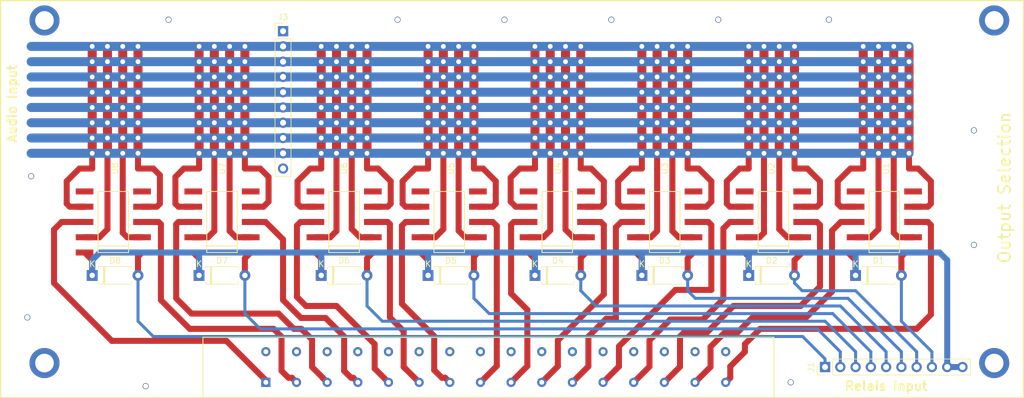
<source format=kicad_pcb>
(kicad_pcb (version 20171130) (host pcbnew 5.0.2-bee76a0~70~ubuntu16.04.1)

  (general
    (thickness 1.6)
    (drawings 7)
    (tracks 712)
    (zones 0)
    (modules 19)
    (nets 28)
  )

  (page A4)
  (layers
    (0 F.Cu signal)
    (31 B.Cu signal hide)
    (32 B.Adhes user)
    (33 F.Adhes user)
    (34 B.Paste user)
    (35 F.Paste user)
    (36 B.SilkS user)
    (37 F.SilkS user)
    (38 B.Mask user)
    (39 F.Mask user)
    (40 Dwgs.User user)
    (41 Cmts.User user)
    (42 Eco1.User user)
    (43 Eco2.User user)
    (44 Edge.Cuts user)
    (45 Margin user)
    (46 B.CrtYd user)
    (47 F.CrtYd user)
    (48 B.Fab user)
    (49 F.Fab user)
  )

  (setup
    (last_trace_width 1)
    (trace_clearance 1)
    (zone_clearance 0.508)
    (zone_45_only no)
    (trace_min 0.2)
    (segment_width 0.2)
    (edge_width 0.15)
    (via_size 1)
    (via_drill 0.8)
    (via_min_size 0.4)
    (via_min_drill 0.3)
    (uvia_size 0.3)
    (uvia_drill 0.1)
    (uvias_allowed no)
    (uvia_min_size 0.2)
    (uvia_min_drill 0.1)
    (pcb_text_width 0.3)
    (pcb_text_size 1.5 1.5)
    (mod_edge_width 0.15)
    (mod_text_size 1 1)
    (mod_text_width 0.15)
    (pad_size 1.524 1.524)
    (pad_drill 0.762)
    (pad_to_mask_clearance 0.051)
    (solder_mask_min_width 0.25)
    (aux_axis_origin 0 0)
    (visible_elements FFFFFF7F)
    (pcbplotparams
      (layerselection 0x010fc_ffffffff)
      (usegerberextensions false)
      (usegerberattributes false)
      (usegerberadvancedattributes false)
      (creategerberjobfile false)
      (excludeedgelayer true)
      (linewidth 0.100000)
      (plotframeref false)
      (viasonmask false)
      (mode 1)
      (useauxorigin false)
      (hpglpennumber 1)
      (hpglpenspeed 20)
      (hpglpendiameter 15.000000)
      (psnegative false)
      (psa4output false)
      (plotreference true)
      (plotvalue true)
      (plotinvisibletext false)
      (padsonsilk false)
      (subtractmaskfromsilk false)
      (outputformat 1)
      (mirror false)
      (drillshape 1)
      (scaleselection 1)
      (outputdirectory ""))
  )

  (net 0 "")
  (net 1 /relaysheet/Relais1)
  (net 2 +9V)
  (net 3 /relaysheet/Relais5)
  (net 4 /relaysheet/Relais2)
  (net 5 /relaysheet/Relais6)
  (net 6 /relaysheet/Relais3)
  (net 7 /relaysheet/Relais7)
  (net 8 /relaysheet/Relais4)
  (net 9 /relaysheet/Relais8)
  (net 10 GNDA)
  (net 11 /relaysheet/R1B_out)
  (net 12 /relaysheet/R1A_out)
  (net 13 /relaysheet/R1A_NC)
  (net 14 /relaysheet/R5B_out)
  (net 15 /relaysheet/R5A_out)
  (net 16 /relaysheet/R2B_out)
  (net 17 /relaysheet/R2A_out)
  (net 18 /relaysheet/R6A_out)
  (net 19 /relaysheet/R6B_out)
  (net 20 /relaysheet/R3A_out)
  (net 21 /relaysheet/R3B_out)
  (net 22 /relaysheet/R7B_out)
  (net 23 /relaysheet/R7A_out)
  (net 24 /relaysheet/R4A_out)
  (net 25 /relaysheet/R4B_out)
  (net 26 /relaysheet/R8A_out)
  (net 27 /relaysheet/R8B_out)

  (net_class Default "This is the default net class."
    (clearance 1)
    (trace_width 1)
    (via_dia 1)
    (via_drill 0.8)
    (uvia_dia 0.3)
    (uvia_drill 0.1)
    (add_net +9V)
    (add_net /relaysheet/R1A_NC)
    (add_net /relaysheet/R1A_out)
    (add_net /relaysheet/R1B_out)
    (add_net /relaysheet/R2A_out)
    (add_net /relaysheet/R2B_out)
    (add_net /relaysheet/R3A_out)
    (add_net /relaysheet/R3B_out)
    (add_net /relaysheet/R4A_out)
    (add_net /relaysheet/R4B_out)
    (add_net /relaysheet/R5A_out)
    (add_net /relaysheet/R5B_out)
    (add_net /relaysheet/R6A_out)
    (add_net /relaysheet/R6B_out)
    (add_net /relaysheet/R7A_out)
    (add_net /relaysheet/R7B_out)
    (add_net /relaysheet/R8A_out)
    (add_net /relaysheet/R8B_out)
    (add_net /relaysheet/Relais1)
    (add_net /relaysheet/Relais2)
    (add_net /relaysheet/Relais3)
    (add_net /relaysheet/Relais4)
    (add_net /relaysheet/Relais5)
    (add_net /relaysheet/Relais6)
    (add_net /relaysheet/Relais7)
    (add_net /relaysheet/Relais8)
    (add_net GNDA)
  )

  (module footprints:Schroff_69001-908_Female (layer F.Cu) (tedit 5CE51DC1) (tstamp 5CD47F47)
    (at 93.86 76.21)
    (path /5CD4C71E)
    (fp_text reference J4 (at -2.55 -7.65) (layer F.SilkS) hide
      (effects (font (size 1 1) (thickness 0.15)))
    )
    (fp_text value "Schroff 69001-908 Female" (at -2.55 -10.2) (layer F.Fab)
      (effects (font (size 1 1) (thickness 0.15)))
    )
    (fp_line (start -47.5 2.5) (end -47.5 -7.5) (layer F.SilkS) (width 0.15))
    (fp_line (start 47.5 2.5) (end -47.5 2.5) (layer F.SilkS) (width 0.15))
    (fp_line (start 47.5 -7.5) (end 47.5 2.5) (layer F.SilkS) (width 0.15))
    (fp_line (start -47.5 -7.5) (end 47.5 -7.5) (layer F.SilkS) (width 0.15))
    (pad "" np_thru_hole circle (at -44.63 -2.55) (size 3 3) (drill 3) (layers *.Cu *.Mask))
    (pad "" np_thru_hole circle (at 44.57 -2.55) (size 3 3) (drill 3) (layers *.Cu *.Mask))
    (pad 32 thru_hole circle (at 39.47 -5.1) (size 1.524 1.524) (drill 0.8) (layers *.Cu *.Mask)
      (net 10 GNDA))
    (pad 31 thru_hole circle (at 39.47 0) (size 1.524 1.524) (drill 0.8) (layers *.Cu *.Mask)
      (net 11 /relaysheet/R1B_out))
    (pad 30 thru_hole circle (at 34.37 -5.1) (size 1.524 1.524) (drill 0.8) (layers *.Cu *.Mask)
      (net 10 GNDA))
    (pad 29 thru_hole circle (at 34.37 0) (size 1.524 1.524) (drill 0.8) (layers *.Cu *.Mask)
      (net 12 /relaysheet/R1A_out))
    (pad 28 thru_hole circle (at 29.27 -5.1) (size 1.524 1.524) (drill 0.8) (layers *.Cu *.Mask)
      (net 10 GNDA))
    (pad 27 thru_hole circle (at 29.27 0) (size 1.524 1.524) (drill 0.8) (layers *.Cu *.Mask)
      (net 16 /relaysheet/R2B_out))
    (pad 26 thru_hole circle (at 24.17 -5.1) (size 1.524 1.524) (drill 0.8) (layers *.Cu *.Mask)
      (net 10 GNDA))
    (pad 25 thru_hole circle (at 24.17 0) (size 1.524 1.524) (drill 0.8) (layers *.Cu *.Mask)
      (net 17 /relaysheet/R2A_out))
    (pad 24 thru_hole circle (at 19.07 -5.1) (size 1.524 1.524) (drill 0.8) (layers *.Cu *.Mask)
      (net 10 GNDA))
    (pad 23 thru_hole circle (at 19.07 0) (size 1.524 1.524) (drill 0.8) (layers *.Cu *.Mask)
      (net 21 /relaysheet/R3B_out))
    (pad 22 thru_hole circle (at 13.97 -5.1) (size 1.524 1.524) (drill 0.8) (layers *.Cu *.Mask)
      (net 10 GNDA))
    (pad 21 thru_hole circle (at 13.97 0) (size 1.524 1.524) (drill 0.8) (layers *.Cu *.Mask)
      (net 20 /relaysheet/R3A_out))
    (pad 20 thru_hole circle (at 8.87 -5.1) (size 1.524 1.524) (drill 0.8) (layers *.Cu *.Mask)
      (net 10 GNDA))
    (pad 19 thru_hole circle (at 8.87 0) (size 1.524 1.524) (drill 0.8) (layers *.Cu *.Mask)
      (net 25 /relaysheet/R4B_out))
    (pad 18 thru_hole circle (at 3.77 -5.1) (size 1.524 1.524) (drill 0.8) (layers *.Cu *.Mask)
      (net 10 GNDA))
    (pad 17 thru_hole circle (at 3.77 0) (size 1.524 1.524) (drill 0.8) (layers *.Cu *.Mask)
      (net 24 /relaysheet/R4A_out))
    (pad 16 thru_hole circle (at -1.33 -5.1) (size 1.524 1.524) (drill 0.8) (layers *.Cu *.Mask)
      (net 10 GNDA))
    (pad 15 thru_hole circle (at -1.33 0) (size 1.524 1.524) (drill 0.8) (layers *.Cu *.Mask)
      (net 14 /relaysheet/R5B_out))
    (pad 14 thru_hole circle (at -6.43 -5.1) (size 1.524 1.524) (drill 0.8) (layers *.Cu *.Mask)
      (net 10 GNDA))
    (pad 13 thru_hole circle (at -6.43 0) (size 1.524 1.524) (drill 0.8) (layers *.Cu *.Mask)
      (net 15 /relaysheet/R5A_out))
    (pad 12 thru_hole circle (at -11.53 -5.1) (size 1.524 1.524) (drill 0.8) (layers *.Cu *.Mask)
      (net 10 GNDA))
    (pad 11 thru_hole circle (at -11.53 0) (size 1.524 1.524) (drill 0.8) (layers *.Cu *.Mask)
      (net 19 /relaysheet/R6B_out))
    (pad 10 thru_hole circle (at -16.63 -5.1) (size 1.524 1.524) (drill 0.8) (layers *.Cu *.Mask)
      (net 10 GNDA))
    (pad 9 thru_hole circle (at -16.63 0) (size 1.524 1.524) (drill 0.8) (layers *.Cu *.Mask)
      (net 18 /relaysheet/R6A_out))
    (pad 8 thru_hole circle (at -21.73 -5.1) (size 1.524 1.524) (drill 0.8) (layers *.Cu *.Mask)
      (net 10 GNDA))
    (pad 7 thru_hole circle (at -21.73 0) (size 1.524 1.524) (drill 0.8) (layers *.Cu *.Mask)
      (net 22 /relaysheet/R7B_out))
    (pad 6 thru_hole circle (at -26.83 -5.1) (size 1.524 1.524) (drill 0.8) (layers *.Cu *.Mask)
      (net 10 GNDA))
    (pad 5 thru_hole circle (at -26.83 0) (size 1.524 1.524) (drill 0.8) (layers *.Cu *.Mask)
      (net 23 /relaysheet/R7A_out))
    (pad 4 thru_hole circle (at -31.93 -5.1) (size 1.524 1.524) (drill 0.8) (layers *.Cu *.Mask)
      (net 10 GNDA))
    (pad 3 thru_hole circle (at -31.93 0) (size 1.524 1.524) (drill 0.8) (layers *.Cu *.Mask)
      (net 27 /relaysheet/R8B_out))
    (pad 2 thru_hole circle (at -37.03 -5.1) (size 1.524 1.524) (drill 0.8) (layers *.Cu *.Mask)
      (net 10 GNDA))
    (pad 1 thru_hole rect (at -37.03 0) (size 1.524 1.524) (drill 0.8) (layers *.Cu *.Mask)
      (net 26 /relaysheet/R8A_out))
  )

  (module footprints:NEC-EB2-12NU (layer F.Cu) (tedit 5CD1A950) (tstamp 5CD2D6D0)
    (at 159.72 49.53 90)
    (path /5CD2BD35/5CD2D6AA)
    (fp_text reference U1 (at 8.89 0.3 90) (layer F.SilkS)
      (effects (font (size 1 1) (thickness 0.15)))
    )
    (fp_text value NEC-EB2-12NU (at 0 0 90) (layer F.Fab)
      (effects (font (size 1 1) (thickness 0.15)))
    )
    (fp_line (start -7.15 -4.65) (end 7.15 -4.65) (layer F.Fab) (width 0.15))
    (fp_line (start 7.15 -4.65) (end 7.15 4.65) (layer F.Fab) (width 0.15))
    (fp_line (start 7.15 4.65) (end -7.15 4.65) (layer F.Fab) (width 0.15))
    (fp_line (start -7.15 4.65) (end -7.15 -4.65) (layer F.Fab) (width 0.15))
    (fp_line (start -6 -4.65) (end -6 4.65) (layer F.Fab) (width 0.15))
    (fp_line (start -5.08 -2.54) (end 5.08 -2.54) (layer F.SilkS) (width 0.15))
    (fp_line (start 5.08 -2.54) (end 5.08 2.54) (layer F.SilkS) (width 0.15))
    (fp_line (start 5.08 2.54) (end -5.08 2.54) (layer F.SilkS) (width 0.15))
    (fp_line (start -5.08 2.54) (end -5.08 -2.54) (layer F.SilkS) (width 0.15))
    (fp_line (start -4 -2.54) (end -4 2.54) (layer F.SilkS) (width 0.15))
    (pad 1 smd rect (at -5.08 -4.78 90) (size 1 2.94) (layers F.Cu F.Paste F.Mask)
      (net 2 +9V))
    (pad 2 smd rect (at -2.54 -4.78 90) (size 1 2.94) (layers F.Cu F.Paste F.Mask)
      (net 13 /relaysheet/R1A_NC))
    (pad 3 smd rect (at 0 -4.78 90) (size 1 2.94) (layers F.Cu F.Paste F.Mask)
      (net 12 /relaysheet/R1A_out))
    (pad 4 smd rect (at 2.54 -4.78 90) (size 1 2.94) (layers F.Cu F.Paste F.Mask)
      (net 13 /relaysheet/R1A_NC))
    (pad 5 smd rect (at 5.08 -4.78 90) (size 1 2.94) (layers F.Cu F.Paste F.Mask))
    (pad 6 smd rect (at 5.08 4.78 90) (size 1 2.94) (layers F.Cu F.Paste F.Mask))
    (pad 7 smd rect (at 2.54 4.78 90) (size 1 2.94) (layers F.Cu F.Paste F.Mask)
      (net 13 /relaysheet/R1A_NC))
    (pad 8 smd rect (at 0 4.78 90) (size 1 2.94) (layers F.Cu F.Paste F.Mask)
      (net 11 /relaysheet/R1B_out))
    (pad 9 smd rect (at -2.54 4.78 90) (size 1 2.94) (layers F.Cu F.Paste F.Mask)
      (net 13 /relaysheet/R1A_NC))
    (pad 10 smd rect (at -5.08 4.78 90) (size 1 2.94) (layers F.Cu F.Paste F.Mask)
      (net 1 /relaysheet/Relais1))
  )

  (module footprints:NEC-EB2-12NU (layer F.Cu) (tedit 5CD1A950) (tstamp 5CD2F79B)
    (at 141.27 49.53 90)
    (path /5CD2BD35/5CD30362)
    (fp_text reference U2 (at 8.89 -0.3 90) (layer F.SilkS)
      (effects (font (size 1 1) (thickness 0.15)))
    )
    (fp_text value NEC-EB2-12NU (at 0 0 90) (layer F.Fab)
      (effects (font (size 1 1) (thickness 0.15)))
    )
    (fp_line (start -7.15 -4.65) (end 7.15 -4.65) (layer F.Fab) (width 0.15))
    (fp_line (start 7.15 -4.65) (end 7.15 4.65) (layer F.Fab) (width 0.15))
    (fp_line (start 7.15 4.65) (end -7.15 4.65) (layer F.Fab) (width 0.15))
    (fp_line (start -7.15 4.65) (end -7.15 -4.65) (layer F.Fab) (width 0.15))
    (fp_line (start -6 -4.65) (end -6 4.65) (layer F.Fab) (width 0.15))
    (fp_line (start -5.08 -2.54) (end 5.08 -2.54) (layer F.SilkS) (width 0.15))
    (fp_line (start 5.08 -2.54) (end 5.08 2.54) (layer F.SilkS) (width 0.15))
    (fp_line (start 5.08 2.54) (end -5.08 2.54) (layer F.SilkS) (width 0.15))
    (fp_line (start -5.08 2.54) (end -5.08 -2.54) (layer F.SilkS) (width 0.15))
    (fp_line (start -4 -2.54) (end -4 2.54) (layer F.SilkS) (width 0.15))
    (pad 1 smd rect (at -5.08 -4.78 90) (size 1 2.94) (layers F.Cu F.Paste F.Mask)
      (net 2 +9V))
    (pad 2 smd rect (at -2.54 -4.78 90) (size 1 2.94) (layers F.Cu F.Paste F.Mask)
      (net 13 /relaysheet/R1A_NC))
    (pad 3 smd rect (at 0 -4.78 90) (size 1 2.94) (layers F.Cu F.Paste F.Mask)
      (net 17 /relaysheet/R2A_out))
    (pad 4 smd rect (at 2.54 -4.78 90) (size 1 2.94) (layers F.Cu F.Paste F.Mask)
      (net 13 /relaysheet/R1A_NC))
    (pad 5 smd rect (at 5.08 -4.78 90) (size 1 2.94) (layers F.Cu F.Paste F.Mask))
    (pad 6 smd rect (at 5.08 4.78 90) (size 1 2.94) (layers F.Cu F.Paste F.Mask))
    (pad 7 smd rect (at 2.54 4.78 90) (size 1 2.94) (layers F.Cu F.Paste F.Mask)
      (net 13 /relaysheet/R1A_NC))
    (pad 8 smd rect (at 0 4.78 90) (size 1 2.94) (layers F.Cu F.Paste F.Mask)
      (net 16 /relaysheet/R2B_out))
    (pad 9 smd rect (at -2.54 4.78 90) (size 1 2.94) (layers F.Cu F.Paste F.Mask)
      (net 13 /relaysheet/R1A_NC))
    (pad 10 smd rect (at -5.08 4.78 90) (size 1 2.94) (layers F.Cu F.Paste F.Mask)
      (net 4 /relaysheet/Relais2))
  )

  (module footprints:NEC-EB2-12NU (layer F.Cu) (tedit 5CD1A950) (tstamp 5CD2D700)
    (at 123.19 49.53 90)
    (path /5CD2BD35/5CD316D2)
    (fp_text reference U3 (at 8.89 0 90) (layer F.SilkS)
      (effects (font (size 1 1) (thickness 0.15)))
    )
    (fp_text value NEC-EB2-12NU (at 0 0 90) (layer F.Fab)
      (effects (font (size 1 1) (thickness 0.15)))
    )
    (fp_line (start -7.15 -4.65) (end 7.15 -4.65) (layer F.Fab) (width 0.15))
    (fp_line (start 7.15 -4.65) (end 7.15 4.65) (layer F.Fab) (width 0.15))
    (fp_line (start 7.15 4.65) (end -7.15 4.65) (layer F.Fab) (width 0.15))
    (fp_line (start -7.15 4.65) (end -7.15 -4.65) (layer F.Fab) (width 0.15))
    (fp_line (start -6 -4.65) (end -6 4.65) (layer F.Fab) (width 0.15))
    (fp_line (start -5.08 -2.54) (end 5.08 -2.54) (layer F.SilkS) (width 0.15))
    (fp_line (start 5.08 -2.54) (end 5.08 2.54) (layer F.SilkS) (width 0.15))
    (fp_line (start 5.08 2.54) (end -5.08 2.54) (layer F.SilkS) (width 0.15))
    (fp_line (start -5.08 2.54) (end -5.08 -2.54) (layer F.SilkS) (width 0.15))
    (fp_line (start -4 -2.54) (end -4 2.54) (layer F.SilkS) (width 0.15))
    (pad 1 smd rect (at -5.08 -4.78 90) (size 1 2.94) (layers F.Cu F.Paste F.Mask)
      (net 2 +9V))
    (pad 2 smd rect (at -2.54 -4.78 90) (size 1 2.94) (layers F.Cu F.Paste F.Mask)
      (net 13 /relaysheet/R1A_NC))
    (pad 3 smd rect (at 0 -4.78 90) (size 1 2.94) (layers F.Cu F.Paste F.Mask)
      (net 20 /relaysheet/R3A_out))
    (pad 4 smd rect (at 2.54 -4.78 90) (size 1 2.94) (layers F.Cu F.Paste F.Mask)
      (net 13 /relaysheet/R1A_NC))
    (pad 5 smd rect (at 5.08 -4.78 90) (size 1 2.94) (layers F.Cu F.Paste F.Mask))
    (pad 6 smd rect (at 5.08 4.78 90) (size 1 2.94) (layers F.Cu F.Paste F.Mask))
    (pad 7 smd rect (at 2.54 4.78 90) (size 1 2.94) (layers F.Cu F.Paste F.Mask)
      (net 13 /relaysheet/R1A_NC))
    (pad 8 smd rect (at 0 4.78 90) (size 1 2.94) (layers F.Cu F.Paste F.Mask)
      (net 21 /relaysheet/R3B_out))
    (pad 9 smd rect (at -2.54 4.78 90) (size 1 2.94) (layers F.Cu F.Paste F.Mask)
      (net 13 /relaysheet/R1A_NC))
    (pad 10 smd rect (at -5.08 4.78 90) (size 1 2.94) (layers F.Cu F.Paste F.Mask)
      (net 6 /relaysheet/Relais3))
  )

  (module footprints:NEC-EB2-12NU (layer F.Cu) (tedit 5CD1A950) (tstamp 5CD30B02)
    (at 105.31 49.53 90)
    (path /5CD2BD35/5CD31724)
    (fp_text reference U4 (at 8.89 0.1 90) (layer F.SilkS)
      (effects (font (size 1 1) (thickness 0.15)))
    )
    (fp_text value NEC-EB2-12NU (at 0 0 90) (layer F.Fab)
      (effects (font (size 1 1) (thickness 0.15)))
    )
    (fp_line (start -4 -2.54) (end -4 2.54) (layer F.SilkS) (width 0.15))
    (fp_line (start -5.08 2.54) (end -5.08 -2.54) (layer F.SilkS) (width 0.15))
    (fp_line (start 5.08 2.54) (end -5.08 2.54) (layer F.SilkS) (width 0.15))
    (fp_line (start 5.08 -2.54) (end 5.08 2.54) (layer F.SilkS) (width 0.15))
    (fp_line (start -5.08 -2.54) (end 5.08 -2.54) (layer F.SilkS) (width 0.15))
    (fp_line (start -6 -4.65) (end -6 4.65) (layer F.Fab) (width 0.15))
    (fp_line (start -7.15 4.65) (end -7.15 -4.65) (layer F.Fab) (width 0.15))
    (fp_line (start 7.15 4.65) (end -7.15 4.65) (layer F.Fab) (width 0.15))
    (fp_line (start 7.15 -4.65) (end 7.15 4.65) (layer F.Fab) (width 0.15))
    (fp_line (start -7.15 -4.65) (end 7.15 -4.65) (layer F.Fab) (width 0.15))
    (pad 10 smd rect (at -5.08 4.78 90) (size 1 2.94) (layers F.Cu F.Paste F.Mask)
      (net 8 /relaysheet/Relais4))
    (pad 9 smd rect (at -2.54 4.78 90) (size 1 2.94) (layers F.Cu F.Paste F.Mask)
      (net 13 /relaysheet/R1A_NC))
    (pad 8 smd rect (at 0 4.78 90) (size 1 2.94) (layers F.Cu F.Paste F.Mask)
      (net 25 /relaysheet/R4B_out))
    (pad 7 smd rect (at 2.54 4.78 90) (size 1 2.94) (layers F.Cu F.Paste F.Mask)
      (net 13 /relaysheet/R1A_NC))
    (pad 6 smd rect (at 5.08 4.78 90) (size 1 2.94) (layers F.Cu F.Paste F.Mask))
    (pad 5 smd rect (at 5.08 -4.78 90) (size 1 2.94) (layers F.Cu F.Paste F.Mask))
    (pad 4 smd rect (at 2.54 -4.78 90) (size 1 2.94) (layers F.Cu F.Paste F.Mask)
      (net 13 /relaysheet/R1A_NC))
    (pad 3 smd rect (at 0 -4.78 90) (size 1 2.94) (layers F.Cu F.Paste F.Mask)
      (net 24 /relaysheet/R4A_out))
    (pad 2 smd rect (at -2.54 -4.78 90) (size 1 2.94) (layers F.Cu F.Paste F.Mask)
      (net 13 /relaysheet/R1A_NC))
    (pad 1 smd rect (at -5.08 -4.78 90) (size 1 2.94) (layers F.Cu F.Paste F.Mask)
      (net 2 +9V))
  )

  (module footprints:NEC-EB2-12NU (layer F.Cu) (tedit 5CD1A950) (tstamp 5CD2D730)
    (at 87.33 49.53 90)
    (path /5CD2BD35/5CD2FCCA)
    (fp_text reference U5 (at 8.89 0.3 90) (layer F.SilkS)
      (effects (font (size 1 1) (thickness 0.15)))
    )
    (fp_text value NEC-EB2-12NU (at 0 0 90) (layer F.Fab)
      (effects (font (size 1 1) (thickness 0.15)))
    )
    (fp_line (start -4 -2.54) (end -4 2.54) (layer F.SilkS) (width 0.15))
    (fp_line (start -5.08 2.54) (end -5.08 -2.54) (layer F.SilkS) (width 0.15))
    (fp_line (start 5.08 2.54) (end -5.08 2.54) (layer F.SilkS) (width 0.15))
    (fp_line (start 5.08 -2.54) (end 5.08 2.54) (layer F.SilkS) (width 0.15))
    (fp_line (start -5.08 -2.54) (end 5.08 -2.54) (layer F.SilkS) (width 0.15))
    (fp_line (start -6 -4.65) (end -6 4.65) (layer F.Fab) (width 0.15))
    (fp_line (start -7.15 4.65) (end -7.15 -4.65) (layer F.Fab) (width 0.15))
    (fp_line (start 7.15 4.65) (end -7.15 4.65) (layer F.Fab) (width 0.15))
    (fp_line (start 7.15 -4.65) (end 7.15 4.65) (layer F.Fab) (width 0.15))
    (fp_line (start -7.15 -4.65) (end 7.15 -4.65) (layer F.Fab) (width 0.15))
    (pad 10 smd rect (at -5.08 4.78 90) (size 1 2.94) (layers F.Cu F.Paste F.Mask)
      (net 3 /relaysheet/Relais5))
    (pad 9 smd rect (at -2.54 4.78 90) (size 1 2.94) (layers F.Cu F.Paste F.Mask)
      (net 13 /relaysheet/R1A_NC))
    (pad 8 smd rect (at 0 4.78 90) (size 1 2.94) (layers F.Cu F.Paste F.Mask)
      (net 14 /relaysheet/R5B_out))
    (pad 7 smd rect (at 2.54 4.78 90) (size 1 2.94) (layers F.Cu F.Paste F.Mask)
      (net 13 /relaysheet/R1A_NC))
    (pad 6 smd rect (at 5.08 4.78 90) (size 1 2.94) (layers F.Cu F.Paste F.Mask))
    (pad 5 smd rect (at 5.08 -4.78 90) (size 1 2.94) (layers F.Cu F.Paste F.Mask))
    (pad 4 smd rect (at 2.54 -4.78 90) (size 1 2.94) (layers F.Cu F.Paste F.Mask)
      (net 13 /relaysheet/R1A_NC))
    (pad 3 smd rect (at 0 -4.78 90) (size 1 2.94) (layers F.Cu F.Paste F.Mask)
      (net 15 /relaysheet/R5A_out))
    (pad 2 smd rect (at -2.54 -4.78 90) (size 1 2.94) (layers F.Cu F.Paste F.Mask)
      (net 13 /relaysheet/R1A_NC))
    (pad 1 smd rect (at -5.08 -4.78 90) (size 1 2.94) (layers F.Cu F.Paste F.Mask)
      (net 2 +9V))
  )

  (module footprints:NEC-EB2-12NU (layer F.Cu) (tedit 5CD1A950) (tstamp 5CD2D748)
    (at 69.85 49.53 90)
    (path /5CD2BD35/5CD3038B)
    (fp_text reference U6 (at 8.89 0 90) (layer F.SilkS)
      (effects (font (size 1 1) (thickness 0.15)))
    )
    (fp_text value NEC-EB2-12NU (at 0 0 90) (layer F.Fab)
      (effects (font (size 1 1) (thickness 0.15)))
    )
    (fp_line (start -4 -2.54) (end -4 2.54) (layer F.SilkS) (width 0.15))
    (fp_line (start -5.08 2.54) (end -5.08 -2.54) (layer F.SilkS) (width 0.15))
    (fp_line (start 5.08 2.54) (end -5.08 2.54) (layer F.SilkS) (width 0.15))
    (fp_line (start 5.08 -2.54) (end 5.08 2.54) (layer F.SilkS) (width 0.15))
    (fp_line (start -5.08 -2.54) (end 5.08 -2.54) (layer F.SilkS) (width 0.15))
    (fp_line (start -6 -4.65) (end -6 4.65) (layer F.Fab) (width 0.15))
    (fp_line (start -7.15 4.65) (end -7.15 -4.65) (layer F.Fab) (width 0.15))
    (fp_line (start 7.15 4.65) (end -7.15 4.65) (layer F.Fab) (width 0.15))
    (fp_line (start 7.15 -4.65) (end 7.15 4.65) (layer F.Fab) (width 0.15))
    (fp_line (start -7.15 -4.65) (end 7.15 -4.65) (layer F.Fab) (width 0.15))
    (pad 10 smd rect (at -5.08 4.78 90) (size 1 2.94) (layers F.Cu F.Paste F.Mask)
      (net 5 /relaysheet/Relais6))
    (pad 9 smd rect (at -2.54 4.78 90) (size 1 2.94) (layers F.Cu F.Paste F.Mask)
      (net 13 /relaysheet/R1A_NC))
    (pad 8 smd rect (at 0 4.78 90) (size 1 2.94) (layers F.Cu F.Paste F.Mask)
      (net 19 /relaysheet/R6B_out))
    (pad 7 smd rect (at 2.54 4.78 90) (size 1 2.94) (layers F.Cu F.Paste F.Mask)
      (net 13 /relaysheet/R1A_NC))
    (pad 6 smd rect (at 5.08 4.78 90) (size 1 2.94) (layers F.Cu F.Paste F.Mask))
    (pad 5 smd rect (at 5.08 -4.78 90) (size 1 2.94) (layers F.Cu F.Paste F.Mask))
    (pad 4 smd rect (at 2.54 -4.78 90) (size 1 2.94) (layers F.Cu F.Paste F.Mask)
      (net 13 /relaysheet/R1A_NC))
    (pad 3 smd rect (at 0 -4.78 90) (size 1 2.94) (layers F.Cu F.Paste F.Mask)
      (net 18 /relaysheet/R6A_out))
    (pad 2 smd rect (at -2.54 -4.78 90) (size 1 2.94) (layers F.Cu F.Paste F.Mask)
      (net 13 /relaysheet/R1A_NC))
    (pad 1 smd rect (at -5.08 -4.78 90) (size 1 2.94) (layers F.Cu F.Paste F.Mask)
      (net 2 +9V))
  )

  (module footprints:NEC-EB2-12NU (layer F.Cu) (tedit 5CD1A950) (tstamp 5CD2DE4A)
    (at 49.53 49.53 90)
    (path /5CD2BD35/5CD316FB)
    (fp_text reference U7 (at 8.89 0 90) (layer F.SilkS)
      (effects (font (size 1 1) (thickness 0.15)))
    )
    (fp_text value NEC-EB2-12NU (at 0 0 90) (layer F.Fab)
      (effects (font (size 1 1) (thickness 0.15)))
    )
    (fp_line (start -4 -2.54) (end -4 2.54) (layer F.SilkS) (width 0.15))
    (fp_line (start -5.08 2.54) (end -5.08 -2.54) (layer F.SilkS) (width 0.15))
    (fp_line (start 5.08 2.54) (end -5.08 2.54) (layer F.SilkS) (width 0.15))
    (fp_line (start 5.08 -2.54) (end 5.08 2.54) (layer F.SilkS) (width 0.15))
    (fp_line (start -5.08 -2.54) (end 5.08 -2.54) (layer F.SilkS) (width 0.15))
    (fp_line (start -6 -4.65) (end -6 4.65) (layer F.Fab) (width 0.15))
    (fp_line (start -7.15 4.65) (end -7.15 -4.65) (layer F.Fab) (width 0.15))
    (fp_line (start 7.15 4.65) (end -7.15 4.65) (layer F.Fab) (width 0.15))
    (fp_line (start 7.15 -4.65) (end 7.15 4.65) (layer F.Fab) (width 0.15))
    (fp_line (start -7.15 -4.65) (end 7.15 -4.65) (layer F.Fab) (width 0.15))
    (pad 10 smd rect (at -5.08 4.78 90) (size 1 2.94) (layers F.Cu F.Paste F.Mask)
      (net 7 /relaysheet/Relais7))
    (pad 9 smd rect (at -2.54 4.78 90) (size 1 2.94) (layers F.Cu F.Paste F.Mask)
      (net 13 /relaysheet/R1A_NC))
    (pad 8 smd rect (at 0 4.78 90) (size 1 2.94) (layers F.Cu F.Paste F.Mask)
      (net 22 /relaysheet/R7B_out))
    (pad 7 smd rect (at 2.54 4.78 90) (size 1 2.94) (layers F.Cu F.Paste F.Mask)
      (net 13 /relaysheet/R1A_NC))
    (pad 6 smd rect (at 5.08 4.78 90) (size 1 2.94) (layers F.Cu F.Paste F.Mask))
    (pad 5 smd rect (at 5.08 -4.78 90) (size 1 2.94) (layers F.Cu F.Paste F.Mask))
    (pad 4 smd rect (at 2.54 -4.78 90) (size 1 2.94) (layers F.Cu F.Paste F.Mask)
      (net 13 /relaysheet/R1A_NC))
    (pad 3 smd rect (at 0 -4.78 90) (size 1 2.94) (layers F.Cu F.Paste F.Mask)
      (net 23 /relaysheet/R7A_out))
    (pad 2 smd rect (at -2.54 -4.78 90) (size 1 2.94) (layers F.Cu F.Paste F.Mask)
      (net 13 /relaysheet/R1A_NC))
    (pad 1 smd rect (at -5.08 -4.78 90) (size 1 2.94) (layers F.Cu F.Paste F.Mask)
      (net 2 +9V))
  )

  (module footprints:NEC-EB2-12NU (layer F.Cu) (tedit 5CD1A950) (tstamp 5CD30EC6)
    (at 31.45 49.53 90)
    (path /5CD2BD35/5CD3174D)
    (fp_text reference U8 (at 8.89 0.3 90) (layer F.SilkS)
      (effects (font (size 1 1) (thickness 0.15)))
    )
    (fp_text value NEC-EB2-12NU (at 0 0 90) (layer F.Fab)
      (effects (font (size 1 1) (thickness 0.15)))
    )
    (fp_line (start -4 -2.54) (end -4 2.54) (layer F.SilkS) (width 0.15))
    (fp_line (start -5.08 2.54) (end -5.08 -2.54) (layer F.SilkS) (width 0.15))
    (fp_line (start 5.08 2.54) (end -5.08 2.54) (layer F.SilkS) (width 0.15))
    (fp_line (start 5.08 -2.54) (end 5.08 2.54) (layer F.SilkS) (width 0.15))
    (fp_line (start -5.08 -2.54) (end 5.08 -2.54) (layer F.SilkS) (width 0.15))
    (fp_line (start -6 -4.65) (end -6 4.65) (layer F.Fab) (width 0.15))
    (fp_line (start -7.15 4.65) (end -7.15 -4.65) (layer F.Fab) (width 0.15))
    (fp_line (start 7.15 4.65) (end -7.15 4.65) (layer F.Fab) (width 0.15))
    (fp_line (start 7.15 -4.65) (end 7.15 4.65) (layer F.Fab) (width 0.15))
    (fp_line (start -7.15 -4.65) (end 7.15 -4.65) (layer F.Fab) (width 0.15))
    (pad 10 smd rect (at -5.08 4.78 90) (size 1 2.94) (layers F.Cu F.Paste F.Mask)
      (net 9 /relaysheet/Relais8))
    (pad 9 smd rect (at -2.54 4.78 90) (size 1 2.94) (layers F.Cu F.Paste F.Mask)
      (net 13 /relaysheet/R1A_NC))
    (pad 8 smd rect (at 0 4.78 90) (size 1 2.94) (layers F.Cu F.Paste F.Mask)
      (net 27 /relaysheet/R8B_out))
    (pad 7 smd rect (at 2.54 4.78 90) (size 1 2.94) (layers F.Cu F.Paste F.Mask)
      (net 13 /relaysheet/R1A_NC))
    (pad 6 smd rect (at 5.08 4.78 90) (size 1 2.94) (layers F.Cu F.Paste F.Mask))
    (pad 5 smd rect (at 5.08 -4.78 90) (size 1 2.94) (layers F.Cu F.Paste F.Mask))
    (pad 4 smd rect (at 2.54 -4.78 90) (size 1 2.94) (layers F.Cu F.Paste F.Mask)
      (net 13 /relaysheet/R1A_NC))
    (pad 3 smd rect (at 0 -4.78 90) (size 1 2.94) (layers F.Cu F.Paste F.Mask)
      (net 26 /relaysheet/R8A_out))
    (pad 2 smd rect (at -2.54 -4.78 90) (size 1 2.94) (layers F.Cu F.Paste F.Mask)
      (net 13 /relaysheet/R1A_NC))
    (pad 1 smd rect (at -5.08 -4.78 90) (size 1 2.94) (layers F.Cu F.Paste F.Mask)
      (net 2 +9V))
  )

  (module Diode_THT:D_A-405_P7.62mm_Horizontal (layer F.Cu) (tedit 5AE50CD5) (tstamp 5CD2F417)
    (at 154.94 58.42)
    (descr "Diode, A-405 series, Axial, Horizontal, pin pitch=7.62mm, , length*diameter=5.2*2.7mm^2, , http://www.diodes.com/_files/packages/A-405.pdf")
    (tags "Diode A-405 series Axial Horizontal pin pitch 7.62mm  length 5.2mm diameter 2.7mm")
    (path /5CD2BD35/5CD2E7CE)
    (fp_text reference D1 (at 3.81 -2.47) (layer F.SilkS)
      (effects (font (size 1 1) (thickness 0.15)))
    )
    (fp_text value D (at 3.81 2.47) (layer F.Fab)
      (effects (font (size 1 1) (thickness 0.15)))
    )
    (fp_line (start 1.21 -1.35) (end 1.21 1.35) (layer F.Fab) (width 0.1))
    (fp_line (start 1.21 1.35) (end 6.41 1.35) (layer F.Fab) (width 0.1))
    (fp_line (start 6.41 1.35) (end 6.41 -1.35) (layer F.Fab) (width 0.1))
    (fp_line (start 6.41 -1.35) (end 1.21 -1.35) (layer F.Fab) (width 0.1))
    (fp_line (start 0 0) (end 1.21 0) (layer F.Fab) (width 0.1))
    (fp_line (start 7.62 0) (end 6.41 0) (layer F.Fab) (width 0.1))
    (fp_line (start 1.99 -1.35) (end 1.99 1.35) (layer F.Fab) (width 0.1))
    (fp_line (start 2.09 -1.35) (end 2.09 1.35) (layer F.Fab) (width 0.1))
    (fp_line (start 1.89 -1.35) (end 1.89 1.35) (layer F.Fab) (width 0.1))
    (fp_line (start 1.09 -1.14) (end 1.09 -1.47) (layer F.SilkS) (width 0.12))
    (fp_line (start 1.09 -1.47) (end 6.53 -1.47) (layer F.SilkS) (width 0.12))
    (fp_line (start 6.53 -1.47) (end 6.53 -1.14) (layer F.SilkS) (width 0.12))
    (fp_line (start 1.09 1.14) (end 1.09 1.47) (layer F.SilkS) (width 0.12))
    (fp_line (start 1.09 1.47) (end 6.53 1.47) (layer F.SilkS) (width 0.12))
    (fp_line (start 6.53 1.47) (end 6.53 1.14) (layer F.SilkS) (width 0.12))
    (fp_line (start 1.99 -1.47) (end 1.99 1.47) (layer F.SilkS) (width 0.12))
    (fp_line (start 2.11 -1.47) (end 2.11 1.47) (layer F.SilkS) (width 0.12))
    (fp_line (start 1.87 -1.47) (end 1.87 1.47) (layer F.SilkS) (width 0.12))
    (fp_line (start -1.15 -1.6) (end -1.15 1.6) (layer F.CrtYd) (width 0.05))
    (fp_line (start -1.15 1.6) (end 8.77 1.6) (layer F.CrtYd) (width 0.05))
    (fp_line (start 8.77 1.6) (end 8.77 -1.6) (layer F.CrtYd) (width 0.05))
    (fp_line (start 8.77 -1.6) (end -1.15 -1.6) (layer F.CrtYd) (width 0.05))
    (fp_text user %R (at 4.2 0) (layer F.Fab)
      (effects (font (size 1 1) (thickness 0.15)))
    )
    (fp_text user K (at 0 -1.9) (layer F.Fab)
      (effects (font (size 1 1) (thickness 0.15)))
    )
    (fp_text user K (at 0 -1.9) (layer F.SilkS)
      (effects (font (size 1 1) (thickness 0.15)))
    )
    (pad 1 thru_hole rect (at 0 0) (size 1.8 1.8) (drill 0.9) (layers *.Cu *.Mask)
      (net 2 +9V))
    (pad 2 thru_hole oval (at 7.62 0) (size 1.8 1.8) (drill 0.9) (layers *.Cu *.Mask)
      (net 1 /relaysheet/Relais1))
    (model ${KISYS3DMOD}/Diode_THT.3dshapes/D_A-405_P7.62mm_Horizontal.wrl
      (at (xyz 0 0 0))
      (scale (xyz 1 1 1))
      (rotate (xyz 0 0 0))
    )
  )

  (module Diode_THT:D_A-405_P7.62mm_Horizontal (layer F.Cu) (tedit 5AE50CD5) (tstamp 5CD2F435)
    (at 137.16 58.42)
    (descr "Diode, A-405 series, Axial, Horizontal, pin pitch=7.62mm, , length*diameter=5.2*2.7mm^2, , http://www.diodes.com/_files/packages/A-405.pdf")
    (tags "Diode A-405 series Axial Horizontal pin pitch 7.62mm  length 5.2mm diameter 2.7mm")
    (path /5CD2BD35/5CD3037D)
    (fp_text reference D2 (at 3.81 -2.47) (layer F.SilkS)
      (effects (font (size 1 1) (thickness 0.15)))
    )
    (fp_text value D (at 3.81 2.47) (layer F.Fab)
      (effects (font (size 1 1) (thickness 0.15)))
    )
    (fp_text user K (at 0 -1.9) (layer F.SilkS)
      (effects (font (size 1 1) (thickness 0.15)))
    )
    (fp_text user K (at 0 -1.9) (layer F.Fab)
      (effects (font (size 1 1) (thickness 0.15)))
    )
    (fp_text user %R (at 4.2 0) (layer F.Fab)
      (effects (font (size 1 1) (thickness 0.15)))
    )
    (fp_line (start 8.77 -1.6) (end -1.15 -1.6) (layer F.CrtYd) (width 0.05))
    (fp_line (start 8.77 1.6) (end 8.77 -1.6) (layer F.CrtYd) (width 0.05))
    (fp_line (start -1.15 1.6) (end 8.77 1.6) (layer F.CrtYd) (width 0.05))
    (fp_line (start -1.15 -1.6) (end -1.15 1.6) (layer F.CrtYd) (width 0.05))
    (fp_line (start 1.87 -1.47) (end 1.87 1.47) (layer F.SilkS) (width 0.12))
    (fp_line (start 2.11 -1.47) (end 2.11 1.47) (layer F.SilkS) (width 0.12))
    (fp_line (start 1.99 -1.47) (end 1.99 1.47) (layer F.SilkS) (width 0.12))
    (fp_line (start 6.53 1.47) (end 6.53 1.14) (layer F.SilkS) (width 0.12))
    (fp_line (start 1.09 1.47) (end 6.53 1.47) (layer F.SilkS) (width 0.12))
    (fp_line (start 1.09 1.14) (end 1.09 1.47) (layer F.SilkS) (width 0.12))
    (fp_line (start 6.53 -1.47) (end 6.53 -1.14) (layer F.SilkS) (width 0.12))
    (fp_line (start 1.09 -1.47) (end 6.53 -1.47) (layer F.SilkS) (width 0.12))
    (fp_line (start 1.09 -1.14) (end 1.09 -1.47) (layer F.SilkS) (width 0.12))
    (fp_line (start 1.89 -1.35) (end 1.89 1.35) (layer F.Fab) (width 0.1))
    (fp_line (start 2.09 -1.35) (end 2.09 1.35) (layer F.Fab) (width 0.1))
    (fp_line (start 1.99 -1.35) (end 1.99 1.35) (layer F.Fab) (width 0.1))
    (fp_line (start 7.62 0) (end 6.41 0) (layer F.Fab) (width 0.1))
    (fp_line (start 0 0) (end 1.21 0) (layer F.Fab) (width 0.1))
    (fp_line (start 6.41 -1.35) (end 1.21 -1.35) (layer F.Fab) (width 0.1))
    (fp_line (start 6.41 1.35) (end 6.41 -1.35) (layer F.Fab) (width 0.1))
    (fp_line (start 1.21 1.35) (end 6.41 1.35) (layer F.Fab) (width 0.1))
    (fp_line (start 1.21 -1.35) (end 1.21 1.35) (layer F.Fab) (width 0.1))
    (pad 2 thru_hole oval (at 7.62 0) (size 1.8 1.8) (drill 0.9) (layers *.Cu *.Mask)
      (net 4 /relaysheet/Relais2))
    (pad 1 thru_hole rect (at 0 0) (size 1.8 1.8) (drill 0.9) (layers *.Cu *.Mask)
      (net 2 +9V))
    (model ${KISYS3DMOD}/Diode_THT.3dshapes/D_A-405_P7.62mm_Horizontal.wrl
      (at (xyz 0 0 0))
      (scale (xyz 1 1 1))
      (rotate (xyz 0 0 0))
    )
  )

  (module Diode_THT:D_A-405_P7.62mm_Horizontal (layer F.Cu) (tedit 5AE50CD5) (tstamp 5CD2F453)
    (at 119.38 58.42)
    (descr "Diode, A-405 series, Axial, Horizontal, pin pitch=7.62mm, , length*diameter=5.2*2.7mm^2, , http://www.diodes.com/_files/packages/A-405.pdf")
    (tags "Diode A-405 series Axial Horizontal pin pitch 7.62mm  length 5.2mm diameter 2.7mm")
    (path /5CD2BD35/5CD316ED)
    (fp_text reference D3 (at 3.81 -2.47) (layer F.SilkS)
      (effects (font (size 1 1) (thickness 0.15)))
    )
    (fp_text value D (at 3.81 2.47) (layer F.Fab)
      (effects (font (size 1 1) (thickness 0.15)))
    )
    (fp_text user K (at 0 -1.9) (layer F.SilkS)
      (effects (font (size 1 1) (thickness 0.15)))
    )
    (fp_text user K (at 0 -1.9) (layer F.Fab)
      (effects (font (size 1 1) (thickness 0.15)))
    )
    (fp_text user %R (at 4.2 0) (layer F.Fab)
      (effects (font (size 1 1) (thickness 0.15)))
    )
    (fp_line (start 8.77 -1.6) (end -1.15 -1.6) (layer F.CrtYd) (width 0.05))
    (fp_line (start 8.77 1.6) (end 8.77 -1.6) (layer F.CrtYd) (width 0.05))
    (fp_line (start -1.15 1.6) (end 8.77 1.6) (layer F.CrtYd) (width 0.05))
    (fp_line (start -1.15 -1.6) (end -1.15 1.6) (layer F.CrtYd) (width 0.05))
    (fp_line (start 1.87 -1.47) (end 1.87 1.47) (layer F.SilkS) (width 0.12))
    (fp_line (start 2.11 -1.47) (end 2.11 1.47) (layer F.SilkS) (width 0.12))
    (fp_line (start 1.99 -1.47) (end 1.99 1.47) (layer F.SilkS) (width 0.12))
    (fp_line (start 6.53 1.47) (end 6.53 1.14) (layer F.SilkS) (width 0.12))
    (fp_line (start 1.09 1.47) (end 6.53 1.47) (layer F.SilkS) (width 0.12))
    (fp_line (start 1.09 1.14) (end 1.09 1.47) (layer F.SilkS) (width 0.12))
    (fp_line (start 6.53 -1.47) (end 6.53 -1.14) (layer F.SilkS) (width 0.12))
    (fp_line (start 1.09 -1.47) (end 6.53 -1.47) (layer F.SilkS) (width 0.12))
    (fp_line (start 1.09 -1.14) (end 1.09 -1.47) (layer F.SilkS) (width 0.12))
    (fp_line (start 1.89 -1.35) (end 1.89 1.35) (layer F.Fab) (width 0.1))
    (fp_line (start 2.09 -1.35) (end 2.09 1.35) (layer F.Fab) (width 0.1))
    (fp_line (start 1.99 -1.35) (end 1.99 1.35) (layer F.Fab) (width 0.1))
    (fp_line (start 7.62 0) (end 6.41 0) (layer F.Fab) (width 0.1))
    (fp_line (start 0 0) (end 1.21 0) (layer F.Fab) (width 0.1))
    (fp_line (start 6.41 -1.35) (end 1.21 -1.35) (layer F.Fab) (width 0.1))
    (fp_line (start 6.41 1.35) (end 6.41 -1.35) (layer F.Fab) (width 0.1))
    (fp_line (start 1.21 1.35) (end 6.41 1.35) (layer F.Fab) (width 0.1))
    (fp_line (start 1.21 -1.35) (end 1.21 1.35) (layer F.Fab) (width 0.1))
    (pad 2 thru_hole oval (at 7.62 0) (size 1.8 1.8) (drill 0.9) (layers *.Cu *.Mask)
      (net 6 /relaysheet/Relais3))
    (pad 1 thru_hole rect (at 0 0) (size 1.8 1.8) (drill 0.9) (layers *.Cu *.Mask)
      (net 2 +9V))
    (model ${KISYS3DMOD}/Diode_THT.3dshapes/D_A-405_P7.62mm_Horizontal.wrl
      (at (xyz 0 0 0))
      (scale (xyz 1 1 1))
      (rotate (xyz 0 0 0))
    )
  )

  (module Diode_THT:D_A-405_P7.62mm_Horizontal (layer F.Cu) (tedit 5AE50CD5) (tstamp 5CD30AAF)
    (at 101.6 58.42)
    (descr "Diode, A-405 series, Axial, Horizontal, pin pitch=7.62mm, , length*diameter=5.2*2.7mm^2, , http://www.diodes.com/_files/packages/A-405.pdf")
    (tags "Diode A-405 series Axial Horizontal pin pitch 7.62mm  length 5.2mm diameter 2.7mm")
    (path /5CD2BD35/5CD3173F)
    (fp_text reference D4 (at 3.81 -2.47) (layer F.SilkS)
      (effects (font (size 1 1) (thickness 0.15)))
    )
    (fp_text value D (at 3.81 2.47) (layer F.Fab)
      (effects (font (size 1 1) (thickness 0.15)))
    )
    (fp_line (start 1.21 -1.35) (end 1.21 1.35) (layer F.Fab) (width 0.1))
    (fp_line (start 1.21 1.35) (end 6.41 1.35) (layer F.Fab) (width 0.1))
    (fp_line (start 6.41 1.35) (end 6.41 -1.35) (layer F.Fab) (width 0.1))
    (fp_line (start 6.41 -1.35) (end 1.21 -1.35) (layer F.Fab) (width 0.1))
    (fp_line (start 0 0) (end 1.21 0) (layer F.Fab) (width 0.1))
    (fp_line (start 7.62 0) (end 6.41 0) (layer F.Fab) (width 0.1))
    (fp_line (start 1.99 -1.35) (end 1.99 1.35) (layer F.Fab) (width 0.1))
    (fp_line (start 2.09 -1.35) (end 2.09 1.35) (layer F.Fab) (width 0.1))
    (fp_line (start 1.89 -1.35) (end 1.89 1.35) (layer F.Fab) (width 0.1))
    (fp_line (start 1.09 -1.14) (end 1.09 -1.47) (layer F.SilkS) (width 0.12))
    (fp_line (start 1.09 -1.47) (end 6.53 -1.47) (layer F.SilkS) (width 0.12))
    (fp_line (start 6.53 -1.47) (end 6.53 -1.14) (layer F.SilkS) (width 0.12))
    (fp_line (start 1.09 1.14) (end 1.09 1.47) (layer F.SilkS) (width 0.12))
    (fp_line (start 1.09 1.47) (end 6.53 1.47) (layer F.SilkS) (width 0.12))
    (fp_line (start 6.53 1.47) (end 6.53 1.14) (layer F.SilkS) (width 0.12))
    (fp_line (start 1.99 -1.47) (end 1.99 1.47) (layer F.SilkS) (width 0.12))
    (fp_line (start 2.11 -1.47) (end 2.11 1.47) (layer F.SilkS) (width 0.12))
    (fp_line (start 1.87 -1.47) (end 1.87 1.47) (layer F.SilkS) (width 0.12))
    (fp_line (start -1.15 -1.6) (end -1.15 1.6) (layer F.CrtYd) (width 0.05))
    (fp_line (start -1.15 1.6) (end 8.77 1.6) (layer F.CrtYd) (width 0.05))
    (fp_line (start 8.77 1.6) (end 8.77 -1.6) (layer F.CrtYd) (width 0.05))
    (fp_line (start 8.77 -1.6) (end -1.15 -1.6) (layer F.CrtYd) (width 0.05))
    (fp_text user %R (at 4.2 0) (layer F.Fab)
      (effects (font (size 1 1) (thickness 0.15)))
    )
    (fp_text user K (at 0 -1.9) (layer F.Fab)
      (effects (font (size 1 1) (thickness 0.15)))
    )
    (fp_text user K (at 0 -1.9) (layer F.SilkS)
      (effects (font (size 1 1) (thickness 0.15)))
    )
    (pad 1 thru_hole rect (at 0 0) (size 1.8 1.8) (drill 0.9) (layers *.Cu *.Mask)
      (net 2 +9V))
    (pad 2 thru_hole oval (at 7.62 0) (size 1.8 1.8) (drill 0.9) (layers *.Cu *.Mask)
      (net 8 /relaysheet/Relais4))
    (model ${KISYS3DMOD}/Diode_THT.3dshapes/D_A-405_P7.62mm_Horizontal.wrl
      (at (xyz 0 0 0))
      (scale (xyz 1 1 1))
      (rotate (xyz 0 0 0))
    )
  )

  (module Diode_THT:D_A-405_P7.62mm_Horizontal (layer F.Cu) (tedit 5AE50CD5) (tstamp 5CD2F48F)
    (at 83.82 58.42)
    (descr "Diode, A-405 series, Axial, Horizontal, pin pitch=7.62mm, , length*diameter=5.2*2.7mm^2, , http://www.diodes.com/_files/packages/A-405.pdf")
    (tags "Diode A-405 series Axial Horizontal pin pitch 7.62mm  length 5.2mm diameter 2.7mm")
    (path /5CD2BD35/5CD2FCE5)
    (fp_text reference D5 (at 3.81 -2.47) (layer F.SilkS)
      (effects (font (size 1 1) (thickness 0.15)))
    )
    (fp_text value D (at 3.81 2.47) (layer F.Fab)
      (effects (font (size 1 1) (thickness 0.15)))
    )
    (fp_text user K (at 0 -1.9) (layer F.SilkS)
      (effects (font (size 1 1) (thickness 0.15)))
    )
    (fp_text user K (at 0 -1.9) (layer F.Fab)
      (effects (font (size 1 1) (thickness 0.15)))
    )
    (fp_text user %R (at 4.2 0) (layer F.Fab)
      (effects (font (size 1 1) (thickness 0.15)))
    )
    (fp_line (start 8.77 -1.6) (end -1.15 -1.6) (layer F.CrtYd) (width 0.05))
    (fp_line (start 8.77 1.6) (end 8.77 -1.6) (layer F.CrtYd) (width 0.05))
    (fp_line (start -1.15 1.6) (end 8.77 1.6) (layer F.CrtYd) (width 0.05))
    (fp_line (start -1.15 -1.6) (end -1.15 1.6) (layer F.CrtYd) (width 0.05))
    (fp_line (start 1.87 -1.47) (end 1.87 1.47) (layer F.SilkS) (width 0.12))
    (fp_line (start 2.11 -1.47) (end 2.11 1.47) (layer F.SilkS) (width 0.12))
    (fp_line (start 1.99 -1.47) (end 1.99 1.47) (layer F.SilkS) (width 0.12))
    (fp_line (start 6.53 1.47) (end 6.53 1.14) (layer F.SilkS) (width 0.12))
    (fp_line (start 1.09 1.47) (end 6.53 1.47) (layer F.SilkS) (width 0.12))
    (fp_line (start 1.09 1.14) (end 1.09 1.47) (layer F.SilkS) (width 0.12))
    (fp_line (start 6.53 -1.47) (end 6.53 -1.14) (layer F.SilkS) (width 0.12))
    (fp_line (start 1.09 -1.47) (end 6.53 -1.47) (layer F.SilkS) (width 0.12))
    (fp_line (start 1.09 -1.14) (end 1.09 -1.47) (layer F.SilkS) (width 0.12))
    (fp_line (start 1.89 -1.35) (end 1.89 1.35) (layer F.Fab) (width 0.1))
    (fp_line (start 2.09 -1.35) (end 2.09 1.35) (layer F.Fab) (width 0.1))
    (fp_line (start 1.99 -1.35) (end 1.99 1.35) (layer F.Fab) (width 0.1))
    (fp_line (start 7.62 0) (end 6.41 0) (layer F.Fab) (width 0.1))
    (fp_line (start 0 0) (end 1.21 0) (layer F.Fab) (width 0.1))
    (fp_line (start 6.41 -1.35) (end 1.21 -1.35) (layer F.Fab) (width 0.1))
    (fp_line (start 6.41 1.35) (end 6.41 -1.35) (layer F.Fab) (width 0.1))
    (fp_line (start 1.21 1.35) (end 6.41 1.35) (layer F.Fab) (width 0.1))
    (fp_line (start 1.21 -1.35) (end 1.21 1.35) (layer F.Fab) (width 0.1))
    (pad 2 thru_hole oval (at 7.62 0) (size 1.8 1.8) (drill 0.9) (layers *.Cu *.Mask)
      (net 3 /relaysheet/Relais5))
    (pad 1 thru_hole rect (at 0 0) (size 1.8 1.8) (drill 0.9) (layers *.Cu *.Mask)
      (net 2 +9V))
    (model ${KISYS3DMOD}/Diode_THT.3dshapes/D_A-405_P7.62mm_Horizontal.wrl
      (at (xyz 0 0 0))
      (scale (xyz 1 1 1))
      (rotate (xyz 0 0 0))
    )
  )

  (module Diode_THT:D_A-405_P7.62mm_Horizontal (layer F.Cu) (tedit 5AE50CD5) (tstamp 5CD2F4AD)
    (at 66.04 58.42)
    (descr "Diode, A-405 series, Axial, Horizontal, pin pitch=7.62mm, , length*diameter=5.2*2.7mm^2, , http://www.diodes.com/_files/packages/A-405.pdf")
    (tags "Diode A-405 series Axial Horizontal pin pitch 7.62mm  length 5.2mm diameter 2.7mm")
    (path /5CD2BD35/5CD303A6)
    (fp_text reference D6 (at 3.81 -2.47) (layer F.SilkS)
      (effects (font (size 1 1) (thickness 0.15)))
    )
    (fp_text value D (at 3.81 2.47) (layer F.Fab)
      (effects (font (size 1 1) (thickness 0.15)))
    )
    (fp_text user K (at 0 -1.9) (layer F.SilkS)
      (effects (font (size 1 1) (thickness 0.15)))
    )
    (fp_text user K (at 0 -1.9) (layer F.Fab)
      (effects (font (size 1 1) (thickness 0.15)))
    )
    (fp_text user %R (at 4.2 0) (layer F.Fab)
      (effects (font (size 1 1) (thickness 0.15)))
    )
    (fp_line (start 8.77 -1.6) (end -1.15 -1.6) (layer F.CrtYd) (width 0.05))
    (fp_line (start 8.77 1.6) (end 8.77 -1.6) (layer F.CrtYd) (width 0.05))
    (fp_line (start -1.15 1.6) (end 8.77 1.6) (layer F.CrtYd) (width 0.05))
    (fp_line (start -1.15 -1.6) (end -1.15 1.6) (layer F.CrtYd) (width 0.05))
    (fp_line (start 1.87 -1.47) (end 1.87 1.47) (layer F.SilkS) (width 0.12))
    (fp_line (start 2.11 -1.47) (end 2.11 1.47) (layer F.SilkS) (width 0.12))
    (fp_line (start 1.99 -1.47) (end 1.99 1.47) (layer F.SilkS) (width 0.12))
    (fp_line (start 6.53 1.47) (end 6.53 1.14) (layer F.SilkS) (width 0.12))
    (fp_line (start 1.09 1.47) (end 6.53 1.47) (layer F.SilkS) (width 0.12))
    (fp_line (start 1.09 1.14) (end 1.09 1.47) (layer F.SilkS) (width 0.12))
    (fp_line (start 6.53 -1.47) (end 6.53 -1.14) (layer F.SilkS) (width 0.12))
    (fp_line (start 1.09 -1.47) (end 6.53 -1.47) (layer F.SilkS) (width 0.12))
    (fp_line (start 1.09 -1.14) (end 1.09 -1.47) (layer F.SilkS) (width 0.12))
    (fp_line (start 1.89 -1.35) (end 1.89 1.35) (layer F.Fab) (width 0.1))
    (fp_line (start 2.09 -1.35) (end 2.09 1.35) (layer F.Fab) (width 0.1))
    (fp_line (start 1.99 -1.35) (end 1.99 1.35) (layer F.Fab) (width 0.1))
    (fp_line (start 7.62 0) (end 6.41 0) (layer F.Fab) (width 0.1))
    (fp_line (start 0 0) (end 1.21 0) (layer F.Fab) (width 0.1))
    (fp_line (start 6.41 -1.35) (end 1.21 -1.35) (layer F.Fab) (width 0.1))
    (fp_line (start 6.41 1.35) (end 6.41 -1.35) (layer F.Fab) (width 0.1))
    (fp_line (start 1.21 1.35) (end 6.41 1.35) (layer F.Fab) (width 0.1))
    (fp_line (start 1.21 -1.35) (end 1.21 1.35) (layer F.Fab) (width 0.1))
    (pad 2 thru_hole oval (at 7.62 0) (size 1.8 1.8) (drill 0.9) (layers *.Cu *.Mask)
      (net 5 /relaysheet/Relais6))
    (pad 1 thru_hole rect (at 0 0) (size 1.8 1.8) (drill 0.9) (layers *.Cu *.Mask)
      (net 2 +9V))
    (model ${KISYS3DMOD}/Diode_THT.3dshapes/D_A-405_P7.62mm_Horizontal.wrl
      (at (xyz 0 0 0))
      (scale (xyz 1 1 1))
      (rotate (xyz 0 0 0))
    )
  )

  (module Diode_THT:D_A-405_P7.62mm_Horizontal (layer F.Cu) (tedit 5AE50CD5) (tstamp 5CD2F4CB)
    (at 45.72 58.42)
    (descr "Diode, A-405 series, Axial, Horizontal, pin pitch=7.62mm, , length*diameter=5.2*2.7mm^2, , http://www.diodes.com/_files/packages/A-405.pdf")
    (tags "Diode A-405 series Axial Horizontal pin pitch 7.62mm  length 5.2mm diameter 2.7mm")
    (path /5CD2BD35/5CD31716)
    (fp_text reference D7 (at 3.81 -2.47) (layer F.SilkS)
      (effects (font (size 1 1) (thickness 0.15)))
    )
    (fp_text value D (at 3.81 2.47) (layer F.Fab)
      (effects (font (size 1 1) (thickness 0.15)))
    )
    (fp_text user K (at 0 -1.9) (layer F.SilkS)
      (effects (font (size 1 1) (thickness 0.15)))
    )
    (fp_text user K (at 0 -1.9) (layer F.Fab)
      (effects (font (size 1 1) (thickness 0.15)))
    )
    (fp_text user %R (at 4.2 0) (layer F.Fab)
      (effects (font (size 1 1) (thickness 0.15)))
    )
    (fp_line (start 8.77 -1.6) (end -1.15 -1.6) (layer F.CrtYd) (width 0.05))
    (fp_line (start 8.77 1.6) (end 8.77 -1.6) (layer F.CrtYd) (width 0.05))
    (fp_line (start -1.15 1.6) (end 8.77 1.6) (layer F.CrtYd) (width 0.05))
    (fp_line (start -1.15 -1.6) (end -1.15 1.6) (layer F.CrtYd) (width 0.05))
    (fp_line (start 1.87 -1.47) (end 1.87 1.47) (layer F.SilkS) (width 0.12))
    (fp_line (start 2.11 -1.47) (end 2.11 1.47) (layer F.SilkS) (width 0.12))
    (fp_line (start 1.99 -1.47) (end 1.99 1.47) (layer F.SilkS) (width 0.12))
    (fp_line (start 6.53 1.47) (end 6.53 1.14) (layer F.SilkS) (width 0.12))
    (fp_line (start 1.09 1.47) (end 6.53 1.47) (layer F.SilkS) (width 0.12))
    (fp_line (start 1.09 1.14) (end 1.09 1.47) (layer F.SilkS) (width 0.12))
    (fp_line (start 6.53 -1.47) (end 6.53 -1.14) (layer F.SilkS) (width 0.12))
    (fp_line (start 1.09 -1.47) (end 6.53 -1.47) (layer F.SilkS) (width 0.12))
    (fp_line (start 1.09 -1.14) (end 1.09 -1.47) (layer F.SilkS) (width 0.12))
    (fp_line (start 1.89 -1.35) (end 1.89 1.35) (layer F.Fab) (width 0.1))
    (fp_line (start 2.09 -1.35) (end 2.09 1.35) (layer F.Fab) (width 0.1))
    (fp_line (start 1.99 -1.35) (end 1.99 1.35) (layer F.Fab) (width 0.1))
    (fp_line (start 7.62 0) (end 6.41 0) (layer F.Fab) (width 0.1))
    (fp_line (start 0 0) (end 1.21 0) (layer F.Fab) (width 0.1))
    (fp_line (start 6.41 -1.35) (end 1.21 -1.35) (layer F.Fab) (width 0.1))
    (fp_line (start 6.41 1.35) (end 6.41 -1.35) (layer F.Fab) (width 0.1))
    (fp_line (start 1.21 1.35) (end 6.41 1.35) (layer F.Fab) (width 0.1))
    (fp_line (start 1.21 -1.35) (end 1.21 1.35) (layer F.Fab) (width 0.1))
    (pad 2 thru_hole oval (at 7.62 0) (size 1.8 1.8) (drill 0.9) (layers *.Cu *.Mask)
      (net 7 /relaysheet/Relais7))
    (pad 1 thru_hole rect (at 0 0) (size 1.8 1.8) (drill 0.9) (layers *.Cu *.Mask)
      (net 2 +9V))
    (model ${KISYS3DMOD}/Diode_THT.3dshapes/D_A-405_P7.62mm_Horizontal.wrl
      (at (xyz 0 0 0))
      (scale (xyz 1 1 1))
      (rotate (xyz 0 0 0))
    )
  )

  (module Diode_THT:D_A-405_P7.62mm_Horizontal (layer F.Cu) (tedit 5AE50CD5) (tstamp 5CD30E70)
    (at 27.94 58.42)
    (descr "Diode, A-405 series, Axial, Horizontal, pin pitch=7.62mm, , length*diameter=5.2*2.7mm^2, , http://www.diodes.com/_files/packages/A-405.pdf")
    (tags "Diode A-405 series Axial Horizontal pin pitch 7.62mm  length 5.2mm diameter 2.7mm")
    (path /5CD2BD35/5CD31768)
    (fp_text reference D8 (at 3.81 -2.47) (layer F.SilkS)
      (effects (font (size 1 1) (thickness 0.15)))
    )
    (fp_text value D (at 3.81 2.47) (layer F.Fab)
      (effects (font (size 1 1) (thickness 0.15)))
    )
    (fp_line (start 1.21 -1.35) (end 1.21 1.35) (layer F.Fab) (width 0.1))
    (fp_line (start 1.21 1.35) (end 6.41 1.35) (layer F.Fab) (width 0.1))
    (fp_line (start 6.41 1.35) (end 6.41 -1.35) (layer F.Fab) (width 0.1))
    (fp_line (start 6.41 -1.35) (end 1.21 -1.35) (layer F.Fab) (width 0.1))
    (fp_line (start 0 0) (end 1.21 0) (layer F.Fab) (width 0.1))
    (fp_line (start 7.62 0) (end 6.41 0) (layer F.Fab) (width 0.1))
    (fp_line (start 1.99 -1.35) (end 1.99 1.35) (layer F.Fab) (width 0.1))
    (fp_line (start 2.09 -1.35) (end 2.09 1.35) (layer F.Fab) (width 0.1))
    (fp_line (start 1.89 -1.35) (end 1.89 1.35) (layer F.Fab) (width 0.1))
    (fp_line (start 1.09 -1.14) (end 1.09 -1.47) (layer F.SilkS) (width 0.12))
    (fp_line (start 1.09 -1.47) (end 6.53 -1.47) (layer F.SilkS) (width 0.12))
    (fp_line (start 6.53 -1.47) (end 6.53 -1.14) (layer F.SilkS) (width 0.12))
    (fp_line (start 1.09 1.14) (end 1.09 1.47) (layer F.SilkS) (width 0.12))
    (fp_line (start 1.09 1.47) (end 6.53 1.47) (layer F.SilkS) (width 0.12))
    (fp_line (start 6.53 1.47) (end 6.53 1.14) (layer F.SilkS) (width 0.12))
    (fp_line (start 1.99 -1.47) (end 1.99 1.47) (layer F.SilkS) (width 0.12))
    (fp_line (start 2.11 -1.47) (end 2.11 1.47) (layer F.SilkS) (width 0.12))
    (fp_line (start 1.87 -1.47) (end 1.87 1.47) (layer F.SilkS) (width 0.12))
    (fp_line (start -1.15 -1.6) (end -1.15 1.6) (layer F.CrtYd) (width 0.05))
    (fp_line (start -1.15 1.6) (end 8.77 1.6) (layer F.CrtYd) (width 0.05))
    (fp_line (start 8.77 1.6) (end 8.77 -1.6) (layer F.CrtYd) (width 0.05))
    (fp_line (start 8.77 -1.6) (end -1.15 -1.6) (layer F.CrtYd) (width 0.05))
    (fp_text user %R (at 4.2 0) (layer F.Fab)
      (effects (font (size 1 1) (thickness 0.15)))
    )
    (fp_text user K (at 0 -1.9) (layer F.Fab)
      (effects (font (size 1 1) (thickness 0.15)))
    )
    (fp_text user K (at 0 -1.9) (layer F.SilkS)
      (effects (font (size 1 1) (thickness 0.15)))
    )
    (pad 1 thru_hole rect (at 0 0) (size 1.8 1.8) (drill 0.9) (layers *.Cu *.Mask)
      (net 2 +9V))
    (pad 2 thru_hole oval (at 7.62 0) (size 1.8 1.8) (drill 0.9) (layers *.Cu *.Mask)
      (net 9 /relaysheet/Relais8))
    (model ${KISYS3DMOD}/Diode_THT.3dshapes/D_A-405_P7.62mm_Horizontal.wrl
      (at (xyz 0 0 0))
      (scale (xyz 1 1 1))
      (rotate (xyz 0 0 0))
    )
  )

  (module Connector_PinHeader_2.54mm:PinHeader_1x10_P2.54mm_Vertical (layer F.Cu) (tedit 59FED5CC) (tstamp 5CE6B213)
    (at 59.69 17.78)
    (descr "Through hole straight pin header, 1x10, 2.54mm pitch, single row")
    (tags "Through hole pin header THT 1x10 2.54mm single row")
    (path /5CE859BA)
    (fp_text reference J3 (at 0 -2.33) (layer F.SilkS)
      (effects (font (size 1 1) (thickness 0.15)))
    )
    (fp_text value Conn_01x10 (at 0 25.19) (layer F.Fab)
      (effects (font (size 1 1) (thickness 0.15)))
    )
    (fp_line (start -0.635 -1.27) (end 1.27 -1.27) (layer F.Fab) (width 0.1))
    (fp_line (start 1.27 -1.27) (end 1.27 24.13) (layer F.Fab) (width 0.1))
    (fp_line (start 1.27 24.13) (end -1.27 24.13) (layer F.Fab) (width 0.1))
    (fp_line (start -1.27 24.13) (end -1.27 -0.635) (layer F.Fab) (width 0.1))
    (fp_line (start -1.27 -0.635) (end -0.635 -1.27) (layer F.Fab) (width 0.1))
    (fp_line (start -1.33 24.19) (end 1.33 24.19) (layer F.SilkS) (width 0.12))
    (fp_line (start -1.33 1.27) (end -1.33 24.19) (layer F.SilkS) (width 0.12))
    (fp_line (start 1.33 1.27) (end 1.33 24.19) (layer F.SilkS) (width 0.12))
    (fp_line (start -1.33 1.27) (end 1.33 1.27) (layer F.SilkS) (width 0.12))
    (fp_line (start -1.33 0) (end -1.33 -1.33) (layer F.SilkS) (width 0.12))
    (fp_line (start -1.33 -1.33) (end 0 -1.33) (layer F.SilkS) (width 0.12))
    (fp_line (start -1.8 -1.8) (end -1.8 24.65) (layer F.CrtYd) (width 0.05))
    (fp_line (start -1.8 24.65) (end 1.8 24.65) (layer F.CrtYd) (width 0.05))
    (fp_line (start 1.8 24.65) (end 1.8 -1.8) (layer F.CrtYd) (width 0.05))
    (fp_line (start 1.8 -1.8) (end -1.8 -1.8) (layer F.CrtYd) (width 0.05))
    (fp_text user %R (at 0 11.43 90) (layer F.Fab)
      (effects (font (size 1 1) (thickness 0.15)))
    )
    (pad 1 thru_hole rect (at 0 0) (size 1.7 1.7) (drill 1) (layers *.Cu *.Mask)
      (net 10 GNDA))
    (pad 2 thru_hole oval (at 0 2.54) (size 1.7 1.7) (drill 1) (layers *.Cu *.Mask)
      (net 13 /relaysheet/R1A_NC))
    (pad 3 thru_hole oval (at 0 5.08) (size 1.7 1.7) (drill 1) (layers *.Cu *.Mask)
      (net 13 /relaysheet/R1A_NC))
    (pad 4 thru_hole oval (at 0 7.62) (size 1.7 1.7) (drill 1) (layers *.Cu *.Mask)
      (net 13 /relaysheet/R1A_NC))
    (pad 5 thru_hole oval (at 0 10.16) (size 1.7 1.7) (drill 1) (layers *.Cu *.Mask)
      (net 13 /relaysheet/R1A_NC))
    (pad 6 thru_hole oval (at 0 12.7) (size 1.7 1.7) (drill 1) (layers *.Cu *.Mask)
      (net 13 /relaysheet/R1A_NC))
    (pad 7 thru_hole oval (at 0 15.24) (size 1.7 1.7) (drill 1) (layers *.Cu *.Mask)
      (net 13 /relaysheet/R1A_NC))
    (pad 8 thru_hole oval (at 0 17.78) (size 1.7 1.7) (drill 1) (layers *.Cu *.Mask)
      (net 13 /relaysheet/R1A_NC))
    (pad 9 thru_hole oval (at 0 20.32) (size 1.7 1.7) (drill 1) (layers *.Cu *.Mask)
      (net 13 /relaysheet/R1A_NC))
    (pad 10 thru_hole oval (at 0 22.86) (size 1.7 1.7) (drill 1) (layers *.Cu *.Mask)
      (net 10 GNDA))
    (model ${KISYS3DMOD}/Connector_PinHeader_2.54mm.3dshapes/PinHeader_1x10_P2.54mm_Vertical.wrl
      (at (xyz 0 0 0))
      (scale (xyz 1 1 1))
      (rotate (xyz 0 0 0))
    )
  )

  (module Connector_PinHeader_2.54mm:PinHeader_1x10_P2.54mm_Vertical (layer F.Cu) (tedit 59FED5CC) (tstamp 5CE3F03A)
    (at 149.86 73.66 90)
    (descr "Through hole straight pin header, 1x10, 2.54mm pitch, single row")
    (tags "Through hole pin header THT 1x10 2.54mm single row")
    (path /5CE9FC06)
    (fp_text reference J1 (at 0 -2.33 90) (layer F.SilkS)
      (effects (font (size 1 1) (thickness 0.15)))
    )
    (fp_text value Conn_01x10 (at 0 25.19 90) (layer F.Fab)
      (effects (font (size 1 1) (thickness 0.15)))
    )
    (fp_line (start -0.635 -1.27) (end 1.27 -1.27) (layer F.Fab) (width 0.1))
    (fp_line (start 1.27 -1.27) (end 1.27 24.13) (layer F.Fab) (width 0.1))
    (fp_line (start 1.27 24.13) (end -1.27 24.13) (layer F.Fab) (width 0.1))
    (fp_line (start -1.27 24.13) (end -1.27 -0.635) (layer F.Fab) (width 0.1))
    (fp_line (start -1.27 -0.635) (end -0.635 -1.27) (layer F.Fab) (width 0.1))
    (fp_line (start -1.33 24.19) (end 1.33 24.19) (layer F.SilkS) (width 0.12))
    (fp_line (start -1.33 1.27) (end -1.33 24.19) (layer F.SilkS) (width 0.12))
    (fp_line (start 1.33 1.27) (end 1.33 24.19) (layer F.SilkS) (width 0.12))
    (fp_line (start -1.33 1.27) (end 1.33 1.27) (layer F.SilkS) (width 0.12))
    (fp_line (start -1.33 0) (end -1.33 -1.33) (layer F.SilkS) (width 0.12))
    (fp_line (start -1.33 -1.33) (end 0 -1.33) (layer F.SilkS) (width 0.12))
    (fp_line (start -1.8 -1.8) (end -1.8 24.65) (layer F.CrtYd) (width 0.05))
    (fp_line (start -1.8 24.65) (end 1.8 24.65) (layer F.CrtYd) (width 0.05))
    (fp_line (start 1.8 24.65) (end 1.8 -1.8) (layer F.CrtYd) (width 0.05))
    (fp_line (start 1.8 -1.8) (end -1.8 -1.8) (layer F.CrtYd) (width 0.05))
    (fp_text user %R (at 0 11.43 180) (layer F.Fab)
      (effects (font (size 1 1) (thickness 0.15)))
    )
    (pad 1 thru_hole rect (at 0 0 90) (size 1.7 1.7) (drill 1) (layers *.Cu *.Mask)
      (net 9 /relaysheet/Relais8))
    (pad 2 thru_hole oval (at 0 2.54 90) (size 1.7 1.7) (drill 1) (layers *.Cu *.Mask)
      (net 7 /relaysheet/Relais7))
    (pad 3 thru_hole oval (at 0 5.08 90) (size 1.7 1.7) (drill 1) (layers *.Cu *.Mask)
      (net 5 /relaysheet/Relais6))
    (pad 4 thru_hole oval (at 0 7.62 90) (size 1.7 1.7) (drill 1) (layers *.Cu *.Mask)
      (net 3 /relaysheet/Relais5))
    (pad 5 thru_hole oval (at 0 10.16 90) (size 1.7 1.7) (drill 1) (layers *.Cu *.Mask)
      (net 8 /relaysheet/Relais4))
    (pad 6 thru_hole oval (at 0 12.7 90) (size 1.7 1.7) (drill 1) (layers *.Cu *.Mask)
      (net 6 /relaysheet/Relais3))
    (pad 7 thru_hole oval (at 0 15.24 90) (size 1.7 1.7) (drill 1) (layers *.Cu *.Mask)
      (net 4 /relaysheet/Relais2))
    (pad 8 thru_hole oval (at 0 17.78 90) (size 1.7 1.7) (drill 1) (layers *.Cu *.Mask)
      (net 1 /relaysheet/Relais1))
    (pad 9 thru_hole oval (at 0 20.32 90) (size 1.7 1.7) (drill 1) (layers *.Cu *.Mask)
      (net 2 +9V))
    (pad 10 thru_hole oval (at 0 22.86 90) (size 1.7 1.7) (drill 1) (layers *.Cu *.Mask)
      (net 2 +9V))
    (model ${KISYS3DMOD}/Connector_PinHeader_2.54mm.3dshapes/PinHeader_1x10_P2.54mm_Vertical.wrl
      (at (xyz 0 0 0))
      (scale (xyz 1 1 1))
      (rotate (xyz 0 0 0))
    )
  )

  (gr_text "Output Selection" (at 179.705 43.815 90) (layer F.SilkS)
    (effects (font (size 2 2) (thickness 0.3)))
  )
  (gr_text "Relais Input" (at 160.02 76.835) (layer F.SilkS)
    (effects (font (size 1.5 1.5) (thickness 0.3)))
  )
  (gr_text "Audio Input" (at 14.605 29.845 90) (layer F.SilkS)
    (effects (font (size 1.5 1.5) (thickness 0.3)))
  )
  (gr_line (start 12.7 78.74) (end 12.7 12.7) (layer F.SilkS) (width 0.2))
  (gr_line (start 182.88 78.74) (end 12.7 78.74) (layer F.SilkS) (width 0.2))
  (gr_line (start 182.88 12.7) (end 182.88 78.74) (layer F.SilkS) (width 0.2))
  (gr_line (start 12.7 12.7) (end 182.88 12.7) (layer F.SilkS) (width 0.2) (tstamp 5CD2E5DF))

  (via (at 20 73) (size 5) (drill 3.1) (layers F.Cu B.Cu) (net 0))
  (via (at 178 73) (size 5) (drill 3.1) (layers F.Cu B.Cu) (net 0) (tstamp 5CE42310))
  (via (at 178 16) (size 5) (drill 3.1) (layers F.Cu B.Cu) (net 0) (tstamp 5CE42329))
  (via (at 20 16) (size 5) (drill 3.1) (layers F.Cu B.Cu) (net 0) (tstamp 5CE4234A))
  (segment (start 162.56 55.28) (end 163.23 54.61) (width 1) (layer F.Cu) (net 1) (status 20))
  (segment (start 162.56 58.42) (end 162.56 55.28) (width 1) (layer F.Cu) (net 1) (status 10))
  (segment (start 167.64 73.66) (end 167.64 71.12) (width 0.5) (layer B.Cu) (net 1) (status 10))
  (segment (start 167.64 71.12) (end 162.56 66.04) (width 0.5) (layer B.Cu) (net 1))
  (segment (start 162.56 66.04) (end 162.56 58.42) (width 0.5) (layer B.Cu) (net 1) (status 20))
  (segment (start 27.94 55.88) (end 26.67 54.61) (width 1) (layer F.Cu) (net 2) (status 20))
  (segment (start 27.94 58.42) (end 27.94 55.88) (width 1) (layer F.Cu) (net 2) (status 10))
  (segment (start 45.72 55.58) (end 44.75 54.61) (width 1) (layer F.Cu) (net 2) (status 20))
  (segment (start 45.72 58.42) (end 45.72 55.58) (width 1) (layer F.Cu) (net 2) (status 10))
  (segment (start 66.04 55.58) (end 65.07 54.61) (width 1) (layer F.Cu) (net 2) (status 20))
  (segment (start 66.04 58.42) (end 66.04 55.58) (width 1) (layer F.Cu) (net 2) (status 10))
  (segment (start 83.82 55.88) (end 82.55 54.61) (width 1) (layer F.Cu) (net 2) (status 20))
  (segment (start 83.82 58.42) (end 83.82 55.88) (width 1) (layer F.Cu) (net 2) (status 10))
  (segment (start 101.6 55.68) (end 100.53 54.61) (width 1) (layer F.Cu) (net 2) (status 20))
  (segment (start 101.6 58.42) (end 101.6 55.68) (width 1) (layer F.Cu) (net 2) (status 10))
  (segment (start 119.38 55.58) (end 118.41 54.61) (width 1) (layer F.Cu) (net 2) (status 20))
  (segment (start 119.38 58.42) (end 119.38 55.58) (width 1) (layer F.Cu) (net 2) (status 10))
  (segment (start 154.94 55.88) (end 153.67 54.61) (width 1) (layer F.Cu) (net 2) (status 20))
  (segment (start 154.94 58.42) (end 154.94 55.88) (width 1) (layer F.Cu) (net 2) (status 10))
  (segment (start 170.18 73.66) (end 170.18 55.88) (width 1) (layer B.Cu) (net 2) (status 10))
  (segment (start 27.94 55.88) (end 27.94 58.42) (width 1) (layer B.Cu) (net 2) (status 20))
  (segment (start 29.21 54.61) (end 27.94 55.88) (width 1) (layer B.Cu) (net 2))
  (segment (start 45.72 58.42) (end 45.72 54.61) (width 1) (layer B.Cu) (net 2) (status 10))
  (segment (start 45.72 54.61) (end 29.21 54.61) (width 1) (layer B.Cu) (net 2))
  (segment (start 66.04 58.42) (end 66.04 54.61) (width 1) (layer B.Cu) (net 2) (status 10))
  (segment (start 66.04 54.61) (end 45.72 54.61) (width 1) (layer B.Cu) (net 2))
  (segment (start 83.82 58.42) (end 83.82 54.61) (width 1) (layer B.Cu) (net 2) (status 10))
  (segment (start 83.82 54.61) (end 66.04 54.61) (width 1) (layer B.Cu) (net 2))
  (segment (start 101.6 58.42) (end 101.6 54.61) (width 1) (layer B.Cu) (net 2) (status 10))
  (segment (start 101.6 54.61) (end 83.82 54.61) (width 1) (layer B.Cu) (net 2))
  (segment (start 119.38 58.42) (end 119.38 54.61) (width 1) (layer B.Cu) (net 2) (status 10))
  (segment (start 119.38 54.61) (end 101.6 54.61) (width 1) (layer B.Cu) (net 2))
  (segment (start 137.16 58.42) (end 137.16 54.61) (width 1) (layer B.Cu) (net 2) (status 10))
  (segment (start 137.16 54.61) (end 119.38 54.61) (width 1) (layer B.Cu) (net 2))
  (segment (start 167.64 54.61) (end 137.16 54.61) (width 1) (layer B.Cu) (net 2))
  (segment (start 154.94 56.52) (end 154.94 54.61) (width 1) (layer B.Cu) (net 2))
  (segment (start 154.94 58.42) (end 154.94 56.52) (width 1) (layer B.Cu) (net 2) (status 10))
  (segment (start 170.18 55.88) (end 168.91 54.61) (width 1) (layer B.Cu) (net 2))
  (segment (start 168.91 54.61) (end 167.64 54.61) (width 1) (layer B.Cu) (net 2))
  (segment (start 137.16 55.28) (end 136.49 54.61) (width 1) (layer F.Cu) (net 2) (status 20))
  (segment (start 137.16 58.42) (end 137.16 55.28) (width 1) (layer F.Cu) (net 2) (status 10))
  (segment (start 172.72 73.66) (end 170.18 73.66) (width 1) (layer B.Cu) (net 2))
  (segment (start 91.44 55.28) (end 92.11 54.61) (width 1) (layer F.Cu) (net 3) (status 20))
  (segment (start 91.44 58.42) (end 91.44 55.28) (width 1) (layer F.Cu) (net 3) (status 10))
  (segment (start 157.48 71.12) (end 157.48 73.66) (width 0.5) (layer B.Cu) (net 3) (status 20))
  (segment (start 91.44 62.23) (end 93.98 64.77) (width 0.5) (layer B.Cu) (net 3))
  (segment (start 93.98 64.77) (end 151.13 64.77) (width 0.5) (layer B.Cu) (net 3))
  (segment (start 151.13 64.77) (end 157.48 71.12) (width 0.5) (layer B.Cu) (net 3))
  (segment (start 91.44 62.23) (end 91.44 58.42) (width 0.5) (layer B.Cu) (net 3) (status 20))
  (segment (start 165.1 71.12) (end 165.1 73.66) (width 0.5) (layer B.Cu) (net 4) (status 20))
  (segment (start 144.78 59.69) (end 146.05 60.96) (width 0.5) (layer B.Cu) (net 4))
  (segment (start 146.05 60.96) (end 154.94 60.96) (width 0.5) (layer B.Cu) (net 4))
  (segment (start 154.94 60.96) (end 165.1 71.12) (width 0.5) (layer B.Cu) (net 4))
  (segment (start 144.78 59.69) (end 144.78 58.42) (width 0.5) (layer B.Cu) (net 4) (status 20))
  (segment (start 144.78 55.88) (end 146.05 54.61) (width 1) (layer F.Cu) (net 4) (status 20))
  (segment (start 144.78 58.42) (end 144.78 55.88) (width 1) (layer F.Cu) (net 4) (status 10))
  (segment (start 73.66 55.58) (end 74.63 54.61) (width 1) (layer F.Cu) (net 5) (status 20))
  (segment (start 73.66 58.42) (end 73.66 55.58) (width 1) (layer F.Cu) (net 5) (status 10))
  (segment (start 73.66 63.5) (end 76.2 66.04) (width 0.5) (layer B.Cu) (net 5))
  (segment (start 154.94 71.12) (end 154.94 73.66) (width 0.5) (layer B.Cu) (net 5) (status 20))
  (segment (start 76.2 66.04) (end 149.86 66.04) (width 0.5) (layer B.Cu) (net 5))
  (segment (start 149.86 66.04) (end 154.94 71.12) (width 0.5) (layer B.Cu) (net 5))
  (segment (start 73.66 63.5) (end 73.66 58.42) (width 0.5) (layer B.Cu) (net 5) (status 20))
  (segment (start 127 55.58) (end 127.97 54.61) (width 1) (layer F.Cu) (net 6) (status 20))
  (segment (start 127 58.42) (end 127 55.58) (width 1) (layer F.Cu) (net 6) (status 10))
  (segment (start 162.56 71.12) (end 162.56 73.66) (width 0.5) (layer B.Cu) (net 6) (status 20))
  (segment (start 128.27 62.23) (end 153.67 62.23) (width 0.5) (layer B.Cu) (net 6))
  (segment (start 153.67 62.23) (end 162.56 71.12) (width 0.5) (layer B.Cu) (net 6))
  (segment (start 128.27 62.23) (end 127 60.96) (width 0.5) (layer B.Cu) (net 6))
  (segment (start 127 60.96) (end 127 58.42) (width 0.5) (layer B.Cu) (net 6) (status 20))
  (segment (start 53.34 55.58) (end 54.31 54.61) (width 1) (layer F.Cu) (net 7) (status 20))
  (segment (start 53.34 58.42) (end 53.34 55.58) (width 1) (layer F.Cu) (net 7) (status 10))
  (segment (start 152.4 71.12) (end 152.4 73.66) (width 0.5) (layer B.Cu) (net 7) (status 20))
  (segment (start 53.34 64.77) (end 55.88 67.31) (width 0.5) (layer B.Cu) (net 7))
  (segment (start 148.59 67.31) (end 152.4 71.12) (width 0.5) (layer B.Cu) (net 7))
  (segment (start 55.88 67.31) (end 148.59 67.31) (width 0.5) (layer B.Cu) (net 7))
  (segment (start 53.34 64.77) (end 53.34 58.42) (width 0.5) (layer B.Cu) (net 7) (status 20))
  (segment (start 109.22 55.48) (end 110.09 54.61) (width 1) (layer F.Cu) (net 8) (status 20))
  (segment (start 109.22 58.42) (end 109.22 55.48) (width 1) (layer F.Cu) (net 8) (status 10))
  (segment (start 160.02 71.12) (end 160.02 73.66) (width 0.5) (layer B.Cu) (net 8) (status 20))
  (segment (start 109.22 60.96) (end 111.76 63.5) (width 0.5) (layer B.Cu) (net 8))
  (segment (start 111.76 63.5) (end 152.4 63.5) (width 0.5) (layer B.Cu) (net 8))
  (segment (start 152.4 63.5) (end 160.02 71.12) (width 0.5) (layer B.Cu) (net 8))
  (segment (start 109.22 60.96) (end 109.22 58.42) (width 0.5) (layer B.Cu) (net 8) (status 20))
  (segment (start 35.56 55.28) (end 36.23 54.61) (width 1) (layer F.Cu) (net 9) (status 20))
  (segment (start 35.56 58.42) (end 35.56 55.28) (width 1) (layer F.Cu) (net 9) (status 10))
  (segment (start 149.86 72.31) (end 146.13 68.58) (width 0.5) (layer B.Cu) (net 9))
  (segment (start 149.86 73.66) (end 149.86 72.31) (width 0.5) (layer B.Cu) (net 9) (status 10))
  (segment (start 146.13 68.58) (end 38.1 68.58) (width 0.5) (layer B.Cu) (net 9))
  (segment (start 38.1 68.58) (end 35.56 66.04) (width 0.5) (layer B.Cu) (net 9))
  (segment (start 35.56 66.04) (end 35.56 58.42) (width 0.5) (layer B.Cu) (net 9) (status 20))
  (via (at 174.625 34.29) (size 1) (drill 0.8) (layers F.Cu B.Cu) (net 10))
  (via (at 174.625 53.34) (size 1) (drill 0.8) (layers F.Cu B.Cu) (net 10))
  (via (at 40.64 15.875) (size 1) (drill 0.8) (layers F.Cu B.Cu) (net 10))
  (via (at 78.74 15.875) (size 1) (drill 0.8) (layers F.Cu B.Cu) (net 10))
  (via (at 96.52 15.875) (size 1) (drill 0.8) (layers F.Cu B.Cu) (net 10))
  (via (at 114.3 15.875) (size 1) (drill 0.8) (layers F.Cu B.Cu) (net 10))
  (via (at 132.08 15.875) (size 1) (drill 0.8) (layers F.Cu B.Cu) (net 10))
  (via (at 150.495 15.875) (size 1) (drill 0.8) (layers F.Cu B.Cu) (net 10))
  (via (at 144.145 76.2) (size 1) (drill 0.8) (layers F.Cu B.Cu) (net 10))
  (via (at 36.83 76.835) (size 1) (drill 0.8) (layers F.Cu B.Cu) (net 10))
  (via (at 17.145 65.405) (size 1) (drill 0.8) (layers F.Cu B.Cu) (net 10))
  (via (at 17.78 41.91) (size 1) (drill 0.8) (layers F.Cu B.Cu) (net 10) (tstamp 5CE6B2D7))
  (segment (start 166.97 49.53) (end 164.5 49.53) (width 1) (layer F.Cu) (net 11) (status 20))
  (segment (start 167.470001 50.030001) (end 166.97 49.53) (width 1) (layer F.Cu) (net 11))
  (segment (start 165.1 67.31) (end 167.470001 64.939999) (width 1) (layer F.Cu) (net 11))
  (segment (start 167.470001 50.030001) (end 167.470001 64.939999) (width 1) (layer F.Cu) (net 11))
  (segment (start 165.1 67.31) (end 139.065 67.31) (width 1) (layer F.Cu) (net 11))
  (segment (start 134.091999 75.448001) (end 134.091999 73.553001) (width 1) (layer F.Cu) (net 11))
  (segment (start 133.33 76.21) (end 134.091999 75.448001) (width 1) (layer F.Cu) (net 11) (status 10))
  (segment (start 134.091999 73.553001) (end 136.525 71.12) (width 1) (layer F.Cu) (net 11))
  (segment (start 136.525 69.85) (end 139.065 67.31) (width 1) (layer F.Cu) (net 11))
  (segment (start 136.525 71.12) (end 136.525 69.85) (width 1) (layer F.Cu) (net 11))
  (segment (start 152.47 49.53) (end 154.94 49.53) (width 1) (layer F.Cu) (net 12) (status 20))
  (segment (start 151.020011 50.979989) (end 152.47 49.53) (width 1) (layer F.Cu) (net 12))
  (segment (start 128.23 76.21) (end 130.81 73.63) (width 1) (layer F.Cu) (net 12) (status 10))
  (segment (start 146.620433 65.50001) (end 151.020011 61.100431) (width 1) (layer F.Cu) (net 12))
  (segment (start 151.020011 61.100431) (end 151.020011 50.979989) (width 1) (layer F.Cu) (net 12))
  (segment (start 146.620433 65.50001) (end 137.69999 65.50001) (width 1) (layer F.Cu) (net 12))
  (segment (start 137.69999 65.50001) (end 135.255 67.945) (width 1) (layer F.Cu) (net 12))
  (segment (start 130.81 70.282238) (end 130.81 73.63) (width 1) (layer F.Cu) (net 12))
  (segment (start 133.147238 67.945) (end 130.81 70.282238) (width 1) (layer F.Cu) (net 12))
  (segment (start 135.255 67.945) (end 133.147238 67.945) (width 1) (layer F.Cu) (net 12))
  (segment (start 26.67 46.99) (end 25.7 46.99) (width 1) (layer F.Cu) (net 13) (tstamp 5CD30EAD) (status 30))
  (segment (start 17.78 20.32) (end 30.48 20.32) (width 1.5) (layer B.Cu) (net 13) (status 10))
  (segment (start 17.78 22.86) (end 163.83 22.86) (width 1.5) (layer B.Cu) (net 13) (status 10))
  (segment (start 17.78 25.4) (end 30.48 25.4) (width 1.5) (layer B.Cu) (net 13) (status 10))
  (segment (start 17.78 27.94) (end 30.48 27.94) (width 1.5) (layer B.Cu) (net 13) (status 10))
  (segment (start 17.78 30.48) (end 30.48 30.48) (width 1.5) (layer B.Cu) (net 13) (status 10))
  (segment (start 17.78 33.02) (end 30.48 33.02) (width 1.5) (layer B.Cu) (net 13) (status 10))
  (segment (start 17.78 35.56) (end 30.48 35.56) (width 1.5) (layer B.Cu) (net 13) (status 10))
  (segment (start 17.78 38.1) (end 163.83 38.1) (width 1.5) (layer B.Cu) (net 13) (status 10))
  (segment (start 30.48 20.32) (end 163.83 20.32) (width 1.5) (layer B.Cu) (net 13) (tstamp 5CD498BC))
  (segment (start 30.48 35.56) (end 33.02 35.56) (width 1.5) (layer B.Cu) (net 13) (tstamp 5CD498D9))
  (segment (start 30.48 33.02) (end 33.02 33.02) (width 1.5) (layer B.Cu) (net 13) (tstamp 5CD498DB))
  (segment (start 30.48 30.48) (end 163.83 30.48) (width 1.5) (layer B.Cu) (net 13) (tstamp 5CD498DD))
  (segment (start 33.02 27.94) (end 163.83 27.94) (width 1.5) (layer B.Cu) (net 13) (tstamp 5CD498E1))
  (segment (start 30.48 27.94) (end 33.02 27.94) (width 1.5) (layer B.Cu) (net 13) (tstamp 5CD498E3))
  (segment (start 30.48 25.4) (end 163.83 25.4) (width 1.5) (layer B.Cu) (net 13) (tstamp 5CD498E5))
  (segment (start 33.02 35.56) (end 163.83 35.56) (width 1.5) (layer B.Cu) (net 13) (tstamp 5CD498F7))
  (segment (start 33.02 33.02) (end 163.83 33.02) (width 1.5) (layer B.Cu) (net 13) (tstamp 5CD498F9))
  (segment (start 25.809998 40.64) (end 27.94 40.64) (width 1) (layer F.Cu) (net 13))
  (segment (start 26.67 46.99) (end 24.2 46.99) (width 1) (layer F.Cu) (net 13) (status 10))
  (segment (start 27.94 40.64) (end 27.94 38.1) (width 1) (layer F.Cu) (net 13))
  (segment (start 24.2 46.99) (end 23.699999 46.489999) (width 1) (layer F.Cu) (net 13))
  (segment (start 23.699999 46.489999) (end 23.699999 42.749999) (width 1) (layer F.Cu) (net 13))
  (segment (start 23.699999 42.749999) (end 25.809998 40.64) (width 1) (layer F.Cu) (net 13))
  (segment (start 30.48 50.73) (end 30.48 38.1) (width 1) (layer F.Cu) (net 13))
  (segment (start 29.14 52.07) (end 30.48 50.73) (width 1) (layer F.Cu) (net 13))
  (segment (start 26.67 52.07) (end 29.14 52.07) (width 1) (layer F.Cu) (net 13) (status 10))
  (segment (start 33.76 52.07) (end 33.02 51.33) (width 1) (layer F.Cu) (net 13))
  (segment (start 33.02 51.33) (end 33.02 38.1) (width 1) (layer F.Cu) (net 13))
  (segment (start 36.23 52.07) (end 33.76 52.07) (width 1) (layer F.Cu) (net 13) (status 10))
  (segment (start 38.1 40.64) (end 35.56 40.64) (width 1) (layer F.Cu) (net 13))
  (segment (start 36.23 46.99) (end 38.7 46.99) (width 1) (layer F.Cu) (net 13) (status 10))
  (segment (start 35.56 40.64) (end 35.56 38.1) (width 1) (layer F.Cu) (net 13))
  (segment (start 38.7 46.99) (end 39.200001 46.489999) (width 1) (layer F.Cu) (net 13))
  (segment (start 39.200001 46.489999) (end 39.200001 41.740001) (width 1) (layer F.Cu) (net 13))
  (segment (start 39.200001 41.740001) (end 38.1 40.64) (width 1) (layer F.Cu) (net 13))
  (segment (start 43.18 40.64) (end 45.72 40.64) (width 1) (layer F.Cu) (net 13))
  (segment (start 44.75 46.99) (end 42.28 46.99) (width 1) (layer F.Cu) (net 13) (status 10))
  (segment (start 42.28 46.99) (end 41.779999 46.489999) (width 1) (layer F.Cu) (net 13))
  (segment (start 41.779999 46.489999) (end 41.779999 42.040001) (width 1) (layer F.Cu) (net 13))
  (segment (start 41.779999 42.040001) (end 43.18 40.64) (width 1) (layer F.Cu) (net 13))
  (segment (start 47.22 52.07) (end 48.26 51.03) (width 1) (layer F.Cu) (net 13))
  (segment (start 44.75 52.07) (end 47.22 52.07) (width 1) (layer F.Cu) (net 13) (status 10))
  (segment (start 51.84 52.07) (end 50.8 51.03) (width 1) (layer F.Cu) (net 13))
  (segment (start 54.31 52.07) (end 51.84 52.07) (width 1) (layer F.Cu) (net 13) (status 10))
  (segment (start 55.88 40.64) (end 53.34 40.64) (width 1) (layer F.Cu) (net 13))
  (segment (start 54.31 46.99) (end 56.440002 46.99) (width 1) (layer F.Cu) (net 13) (status 10))
  (segment (start 56.440002 46.99) (end 57.280001 46.150001) (width 1) (layer F.Cu) (net 13))
  (segment (start 57.280001 42.040001) (end 55.88 40.64) (width 1) (layer F.Cu) (net 13))
  (segment (start 57.280001 46.150001) (end 57.280001 42.040001) (width 1) (layer F.Cu) (net 13))
  (segment (start 64.209998 40.64) (end 66.04 40.64) (width 1) (layer F.Cu) (net 13))
  (segment (start 65.07 46.99) (end 62.6 46.99) (width 1) (layer F.Cu) (net 13) (status 10))
  (segment (start 62.099999 42.749999) (end 64.209998 40.64) (width 1) (layer F.Cu) (net 13))
  (segment (start 62.099999 46.489999) (end 62.099999 42.749999) (width 1) (layer F.Cu) (net 13))
  (segment (start 62.6 46.99) (end 62.099999 46.489999) (width 1) (layer F.Cu) (net 13))
  (segment (start 67.54 52.07) (end 68.58 51.03) (width 1) (layer F.Cu) (net 13))
  (segment (start 65.07 52.07) (end 67.54 52.07) (width 1) (layer F.Cu) (net 13) (status 10))
  (segment (start 72.499998 52.07) (end 71.12 50.690002) (width 1) (layer F.Cu) (net 13))
  (segment (start 74.63 52.07) (end 72.499998 52.07) (width 1) (layer F.Cu) (net 13) (status 10))
  (segment (start 75.490002 40.64) (end 73.66 40.64) (width 1) (layer F.Cu) (net 13))
  (segment (start 74.63 46.99) (end 77.1 46.99) (width 1) (layer F.Cu) (net 13) (status 10))
  (segment (start 77.1 46.99) (end 77.600001 46.489999) (width 1) (layer F.Cu) (net 13))
  (segment (start 77.600001 46.489999) (end 77.600001 42.749999) (width 1) (layer F.Cu) (net 13))
  (segment (start 77.600001 42.749999) (end 75.490002 40.64) (width 1) (layer F.Cu) (net 13))
  (segment (start 82.55 46.99) (end 80.08 46.99) (width 1) (layer F.Cu) (net 13) (status 10))
  (segment (start 80.08 46.99) (end 79.579999 46.489999) (width 1) (layer F.Cu) (net 13))
  (segment (start 79.579999 46.489999) (end 79.579999 42.749999) (width 1) (layer F.Cu) (net 13))
  (segment (start 81.689998 40.64) (end 83.82 40.64) (width 1) (layer F.Cu) (net 13))
  (segment (start 79.579999 42.749999) (end 81.689998 40.64) (width 1) (layer F.Cu) (net 13))
  (segment (start 85.02 52.07) (end 86.36 50.73) (width 1) (layer F.Cu) (net 13))
  (segment (start 82.55 52.07) (end 85.02 52.07) (width 1) (layer F.Cu) (net 13) (status 10))
  (segment (start 89.979998 52.07) (end 88.9 50.990002) (width 1) (layer F.Cu) (net 13))
  (segment (start 92.11 52.07) (end 89.979998 52.07) (width 1) (layer F.Cu) (net 13) (status 10))
  (segment (start 92.970002 40.64) (end 91.44 40.64) (width 1) (layer F.Cu) (net 13))
  (segment (start 92.11 46.99) (end 94.58 46.99) (width 1) (layer F.Cu) (net 13) (status 10))
  (segment (start 94.58 46.99) (end 95.080001 46.489999) (width 1) (layer F.Cu) (net 13))
  (segment (start 95.080001 46.489999) (end 95.080001 42.749999) (width 1) (layer F.Cu) (net 13))
  (segment (start 95.080001 42.749999) (end 92.970002 40.64) (width 1) (layer F.Cu) (net 13))
  (segment (start 100.53 46.99) (end 98.399998 46.99) (width 1) (layer F.Cu) (net 13) (status 10))
  (segment (start 98.399998 46.99) (end 97.559999 46.150001) (width 1) (layer F.Cu) (net 13))
  (segment (start 99.06 40.64) (end 101.6 40.64) (width 1) (layer F.Cu) (net 13))
  (segment (start 97.559999 46.150001) (end 97.559999 42.140001) (width 1) (layer F.Cu) (net 13))
  (segment (start 97.559999 42.140001) (end 99.06 40.64) (width 1) (layer F.Cu) (net 13))
  (segment (start 103 52.07) (end 104.14 50.93) (width 1) (layer F.Cu) (net 13))
  (segment (start 100.53 52.07) (end 103 52.07) (width 1) (layer F.Cu) (net 13) (status 10))
  (segment (start 107.959998 52.07) (end 106.68 50.790002) (width 1) (layer F.Cu) (net 13))
  (segment (start 110.09 52.07) (end 107.959998 52.07) (width 1) (layer F.Cu) (net 13) (status 10))
  (segment (start 110.950002 40.64) (end 109.22 40.64) (width 1) (layer F.Cu) (net 13))
  (segment (start 110.09 46.99) (end 112.56 46.99) (width 1) (layer F.Cu) (net 13) (status 10))
  (segment (start 112.56 46.99) (end 113.060001 46.489999) (width 1) (layer F.Cu) (net 13))
  (segment (start 113.060001 46.489999) (end 113.060001 42.749999) (width 1) (layer F.Cu) (net 13))
  (segment (start 113.060001 42.749999) (end 110.950002 40.64) (width 1) (layer F.Cu) (net 13))
  (segment (start 118.41 46.99) (end 115.94 46.99) (width 1) (layer F.Cu) (net 13) (status 10))
  (segment (start 117.549998 40.64) (end 119.38 40.64) (width 1) (layer F.Cu) (net 13))
  (segment (start 115.439999 42.749999) (end 117.549998 40.64) (width 1) (layer F.Cu) (net 13))
  (segment (start 115.439999 46.489999) (end 115.439999 42.749999) (width 1) (layer F.Cu) (net 13))
  (segment (start 115.94 46.99) (end 115.439999 46.489999) (width 1) (layer F.Cu) (net 13))
  (segment (start 120.88 52.07) (end 121.92 51.03) (width 1) (layer F.Cu) (net 13))
  (segment (start 118.41 52.07) (end 120.88 52.07) (width 1) (layer F.Cu) (net 13) (status 10))
  (segment (start 125.5 52.07) (end 124.46 51.03) (width 1) (layer F.Cu) (net 13))
  (segment (start 127.97 52.07) (end 125.5 52.07) (width 1) (layer F.Cu) (net 13) (status 10))
  (segment (start 127.97 46.99) (end 130.100002 46.99) (width 1) (layer F.Cu) (net 13) (status 10))
  (segment (start 130.100002 46.99) (end 130.940001 46.150001) (width 1) (layer F.Cu) (net 13))
  (segment (start 128.830002 40.64) (end 127 40.64) (width 1) (layer F.Cu) (net 13))
  (segment (start 130.940001 46.150001) (end 130.940001 42.749999) (width 1) (layer F.Cu) (net 13))
  (segment (start 130.940001 42.749999) (end 128.830002 40.64) (width 1) (layer F.Cu) (net 13))
  (segment (start 135.629998 40.64) (end 137.16 40.64) (width 1) (layer F.Cu) (net 13))
  (segment (start 136.49 46.99) (end 134.02 46.99) (width 1) (layer F.Cu) (net 13) (status 10))
  (segment (start 134.02 46.99) (end 133.519999 46.489999) (width 1) (layer F.Cu) (net 13))
  (segment (start 133.519999 46.489999) (end 133.519999 42.749999) (width 1) (layer F.Cu) (net 13))
  (segment (start 133.519999 42.749999) (end 135.629998 40.64) (width 1) (layer F.Cu) (net 13))
  (segment (start 138.96 52.07) (end 139.7 51.33) (width 1) (layer F.Cu) (net 13))
  (segment (start 136.49 52.07) (end 138.96 52.07) (width 1) (layer F.Cu) (net 13) (status 10))
  (segment (start 143.58 52.07) (end 142.24 50.73) (width 1) (layer F.Cu) (net 13))
  (segment (start 146.05 52.07) (end 143.58 52.07) (width 1) (layer F.Cu) (net 13) (status 10))
  (segment (start 146.05 46.99) (end 148.52 46.99) (width 1) (layer F.Cu) (net 13) (status 10))
  (segment (start 148.52 46.99) (end 149.020001 46.489999) (width 1) (layer F.Cu) (net 13))
  (segment (start 146.910002 40.64) (end 144.78 40.64) (width 1) (layer F.Cu) (net 13))
  (segment (start 149.020001 46.489999) (end 149.020001 42.749999) (width 1) (layer F.Cu) (net 13))
  (segment (start 149.020001 42.749999) (end 146.910002 40.64) (width 1) (layer F.Cu) (net 13))
  (segment (start 154.079998 40.64) (end 156.21 40.64) (width 1) (layer F.Cu) (net 13))
  (segment (start 154.94 46.99) (end 152.47 46.99) (width 1) (layer F.Cu) (net 13) (status 10))
  (segment (start 152.47 46.99) (end 151.969999 46.489999) (width 1) (layer F.Cu) (net 13))
  (segment (start 151.969999 46.489999) (end 151.969999 42.749999) (width 1) (layer F.Cu) (net 13))
  (segment (start 151.969999 42.749999) (end 154.079998 40.64) (width 1) (layer F.Cu) (net 13))
  (segment (start 157.41 52.07) (end 158.75 50.73) (width 1) (layer F.Cu) (net 13))
  (segment (start 154.94 52.07) (end 157.41 52.07) (width 1) (layer F.Cu) (net 13) (status 10))
  (segment (start 162.03 52.07) (end 161.29 51.33) (width 1) (layer F.Cu) (net 13))
  (segment (start 164.5 52.07) (end 162.03 52.07) (width 1) (layer F.Cu) (net 13) (status 10))
  (segment (start 165.360002 40.64) (end 163.83 40.64) (width 1) (layer F.Cu) (net 13))
  (segment (start 164.5 46.99) (end 166.97 46.99) (width 1) (layer F.Cu) (net 13) (status 10))
  (segment (start 166.97 46.99) (end 167.470001 46.489999) (width 1) (layer F.Cu) (net 13))
  (segment (start 167.470001 46.489999) (end 167.470001 42.749999) (width 1) (layer F.Cu) (net 13))
  (segment (start 167.470001 42.749999) (end 165.360002 40.64) (width 1) (layer F.Cu) (net 13))
  (segment (start 45.72 40.64) (end 45.72 38.1) (width 1) (layer F.Cu) (net 13))
  (segment (start 53.34 40.64) (end 53.34 38.1) (width 1) (layer F.Cu) (net 13))
  (segment (start 48.26 51.03) (end 48.26 38.1) (width 1) (layer F.Cu) (net 13))
  (segment (start 50.8 51.03) (end 50.8 38.1) (width 1) (layer F.Cu) (net 13))
  (segment (start 66.04 40.64) (end 66.04 38.1) (width 1) (layer F.Cu) (net 13))
  (segment (start 68.58 51.03) (end 68.58 38.1) (width 1) (layer F.Cu) (net 13))
  (segment (start 71.12 50.690002) (end 71.12 38.1) (width 1) (layer F.Cu) (net 13))
  (segment (start 73.66 40.64) (end 73.66 38.1) (width 1) (layer F.Cu) (net 13))
  (segment (start 83.82 40.64) (end 83.82 38.1) (width 1) (layer F.Cu) (net 13))
  (segment (start 86.36 50.73) (end 86.36 38.1) (width 1) (layer F.Cu) (net 13))
  (segment (start 88.9 50.990002) (end 88.9 38.1) (width 1) (layer F.Cu) (net 13))
  (segment (start 91.44 40.64) (end 91.44 38.1) (width 1) (layer F.Cu) (net 13))
  (segment (start 101.6 40.64) (end 101.6 38.1) (width 1) (layer F.Cu) (net 13))
  (segment (start 104.14 50.93) (end 104.14 38.1) (width 1) (layer F.Cu) (net 13))
  (segment (start 106.68 50.790002) (end 106.68 38.1) (width 1) (layer F.Cu) (net 13))
  (segment (start 109.22 40.64) (end 109.22 38.1) (width 1) (layer F.Cu) (net 13))
  (segment (start 119.38 40.64) (end 119.38 38.1) (width 1) (layer F.Cu) (net 13))
  (segment (start 121.92 40.64) (end 121.92 38.1) (width 1) (layer F.Cu) (net 13))
  (segment (start 121.92 51.03) (end 121.92 40.64) (width 1) (layer F.Cu) (net 13))
  (segment (start 124.46 51.03) (end 124.46 38.1) (width 1) (layer F.Cu) (net 13))
  (segment (start 127 40.64) (end 127 38.1) (width 1) (layer F.Cu) (net 13))
  (segment (start 137.16 40.64) (end 137.16 38.1) (width 1) (layer F.Cu) (net 13))
  (segment (start 139.7 51.33) (end 139.7 38.1) (width 1) (layer F.Cu) (net 13))
  (segment (start 142.24 50.73) (end 142.24 38.1) (width 1) (layer F.Cu) (net 13))
  (segment (start 144.78 40.64) (end 144.78 38.1) (width 1) (layer F.Cu) (net 13))
  (segment (start 156.21 40.64) (end 156.21 38.1) (width 1) (layer F.Cu) (net 13))
  (segment (start 163.83 40.64) (end 163.83 38.1) (width 1) (layer F.Cu) (net 13))
  (segment (start 158.75 50.73) (end 158.75 38.1) (width 1) (layer F.Cu) (net 13))
  (segment (start 161.29 51.33) (end 161.29 38.1) (width 1) (layer F.Cu) (net 13))
  (segment (start 156.21 38.1) (end 156.21 20.32) (width 1.5) (layer F.Cu) (net 13))
  (segment (start 144.78 38.1) (end 144.78 20.32) (width 1.5) (layer F.Cu) (net 13))
  (segment (start 142.24 38.1) (end 142.24 20.32) (width 1.5) (layer F.Cu) (net 13))
  (segment (start 139.7 38.1) (end 139.7 20.32) (width 1.5) (layer F.Cu) (net 13))
  (segment (start 137.16 38.1) (end 137.16 30.48) (width 1.5) (layer F.Cu) (net 13))
  (segment (start 137.16 30.48) (end 137.16 20.32) (width 1.5) (layer F.Cu) (net 13))
  (via (at 104.14 20.32) (size 1) (drill 0.8) (layers F.Cu B.Cu) (net 13) (tstamp 5CD49B2D))
  (via (at 101.6 22.86) (size 1) (drill 0.8) (layers F.Cu B.Cu) (net 13) (tstamp 5CD49B2C))
  (via (at 101.6 33.02) (size 1) (drill 0.8) (layers F.Cu B.Cu) (net 13) (tstamp 5CD49B2B))
  (via (at 104.14 35.56) (size 1) (drill 0.8) (layers F.Cu B.Cu) (net 13) (tstamp 5CD49B2A))
  (via (at 106.68 38.1) (size 1) (drill 0.8) (layers F.Cu B.Cu) (net 13) (tstamp 5CD49B29))
  (via (at 101.6 20.32) (size 1) (drill 0.8) (layers F.Cu B.Cu) (net 13) (tstamp 5CD49B28))
  (via (at 104.14 22.86) (size 1) (drill 0.8) (layers F.Cu B.Cu) (net 13) (tstamp 5CD49B27))
  (via (at 101.6 30.48) (size 1) (drill 0.8) (layers F.Cu B.Cu) (net 13) (tstamp 5CD49B26))
  (via (at 101.6 27.94) (size 1) (drill 0.8) (layers F.Cu B.Cu) (net 13) (tstamp 5CD49B24))
  (via (at 109.22 27.94) (size 1) (drill 0.8) (layers F.Cu B.Cu) (net 13) (tstamp 5CD49B23))
  (via (at 101.6 25.4) (size 1) (drill 0.8) (layers F.Cu B.Cu) (net 13) (tstamp 5CD49B22))
  (via (at 109.22 20.32) (size 1) (drill 0.8) (layers F.Cu B.Cu) (net 13) (tstamp 5CD49B21))
  (via (at 106.68 20.32) (size 1) (drill 0.8) (layers F.Cu B.Cu) (net 13) (tstamp 5CD49B20))
  (via (at 101.6 35.56) (size 1) (drill 0.8) (layers F.Cu B.Cu) (net 13) (tstamp 5CD49B1F))
  (via (at 101.6 38.1) (size 1) (drill 0.8) (layers F.Cu B.Cu) (net 13) (tstamp 5CD49B1E))
  (via (at 83.82 20.32) (size 1) (drill 0.8) (layers F.Cu B.Cu) (net 13) (tstamp 5CD49AFA))
  (via (at 86.36 22.86) (size 1) (drill 0.8) (layers F.Cu B.Cu) (net 13) (tstamp 5CD49AF9))
  (via (at 86.36 38.1) (size 1) (drill 0.8) (layers F.Cu B.Cu) (net 13) (tstamp 5CD49AF8))
  (via (at 91.44 38.1) (size 1) (drill 0.8) (layers F.Cu B.Cu) (net 13) (tstamp 5CD49AF7))
  (segment (start 35.56 22.86) (end 35.56 20.32) (width 1.5) (layer F.Cu) (net 13) (tstamp 5CD498C2))
  (via (at 35.56 20.32) (size 1) (drill 0.8) (layers F.Cu B.Cu) (net 13))
  (via (at 33.02 20.32) (size 1) (drill 0.8) (layers F.Cu B.Cu) (net 13))
  (via (at 30.48 20.32) (size 1) (drill 0.8) (layers F.Cu B.Cu) (net 13))
  (via (at 30.48 22.86) (size 1) (drill 0.8) (layers F.Cu B.Cu) (net 13))
  (segment (start 30.48 22.86) (end 30.48 20.32) (width 1.5) (layer F.Cu) (net 13) (tstamp 5CD498BA))
  (via (at 27.94 22.86) (size 1) (drill 0.8) (layers F.Cu B.Cu) (net 13))
  (segment (start 27.94 22.86) (end 27.94 20.32) (width 1.5) (layer F.Cu) (net 13) (tstamp 5CD498B8))
  (via (at 73.66 25.4) (size 1) (drill 0.8) (layers F.Cu B.Cu) (net 13) (tstamp 5CD49A9C))
  (via (at 66.04 25.4) (size 1) (drill 0.8) (layers F.Cu B.Cu) (net 13) (tstamp 5CD49A9B))
  (via (at 68.58 30.48) (size 1) (drill 0.8) (layers F.Cu B.Cu) (net 13) (tstamp 5CD49A9A))
  (via (at 73.66 33.02) (size 1) (drill 0.8) (layers F.Cu B.Cu) (net 13) (tstamp 5CD49A99))
  (via (at 66.04 30.48) (size 1) (drill 0.8) (layers F.Cu B.Cu) (net 13) (tstamp 5CD49A98))
  (via (at 71.12 25.4) (size 1) (drill 0.8) (layers F.Cu B.Cu) (net 13) (tstamp 5CD49A97))
  (via (at 73.66 27.94) (size 1) (drill 0.8) (layers F.Cu B.Cu) (net 13) (tstamp 5CD49A96))
  (via (at 68.58 38.1) (size 1) (drill 0.8) (layers F.Cu B.Cu) (net 13) (tstamp 5CD49A95))
  (via (at 66.04 33.02) (size 1) (drill 0.8) (layers F.Cu B.Cu) (net 13) (tstamp 5CD49A94))
  (via (at 124.46 33.02) (size 1) (drill 0.8) (layers F.Cu B.Cu) (net 13) (tstamp 5CD49B6A))
  (via (at 119.38 38.1) (size 1) (drill 0.8) (layers F.Cu B.Cu) (net 13) (tstamp 5CD49B69))
  (via (at 121.92 38.1) (size 1) (drill 0.8) (layers F.Cu B.Cu) (net 13) (tstamp 5CD49B67))
  (via (at 127 27.94) (size 1) (drill 0.8) (layers F.Cu B.Cu) (net 13) (tstamp 5CD49B66))
  (via (at 127 38.1) (size 1) (drill 0.8) (layers F.Cu B.Cu) (net 13) (tstamp 5CD49B65))
  (via (at 127 30.48) (size 1) (drill 0.8) (layers F.Cu B.Cu) (net 13) (tstamp 5CD49B64))
  (via (at 106.68 35.56) (size 1) (drill 0.8) (layers F.Cu B.Cu) (net 13) (tstamp 5CD49B40))
  (via (at 106.68 27.94) (size 1) (drill 0.8) (layers F.Cu B.Cu) (net 13) (tstamp 5CD49B3F))
  (via (at 106.68 22.86) (size 1) (drill 0.8) (layers F.Cu B.Cu) (net 13) (tstamp 5CD49B3E))
  (via (at 104.14 27.94) (size 1) (drill 0.8) (layers F.Cu B.Cu) (net 13) (tstamp 5CD49B3D))
  (via (at 106.68 30.48) (size 1) (drill 0.8) (layers F.Cu B.Cu) (net 13) (tstamp 5CD49B3C))
  (via (at 104.14 33.02) (size 1) (drill 0.8) (layers F.Cu B.Cu) (net 13) (tstamp 5CD49B3B))
  (via (at 91.44 25.4) (size 1) (drill 0.8) (layers F.Cu B.Cu) (net 13) (tstamp 5CD49ADA))
  (via (at 86.36 25.4) (size 1) (drill 0.8) (layers F.Cu B.Cu) (net 13) (tstamp 5CD49AD9))
  (via (at 83.82 27.94) (size 1) (drill 0.8) (layers F.Cu B.Cu) (net 13) (tstamp 5CD49AD8))
  (via (at 71.12 33.02) (size 1) (drill 0.8) (layers F.Cu B.Cu) (net 13) (tstamp 5CD49AB4))
  (via (at 71.12 35.56) (size 1) (drill 0.8) (layers F.Cu B.Cu) (net 13) (tstamp 5CD49AB2))
  (via (at 124.46 35.56) (size 1) (drill 0.8) (layers F.Cu B.Cu) (net 13) (tstamp 5CD49B77))
  (via (at 127 20.32) (size 1) (drill 0.8) (layers F.Cu B.Cu) (net 13) (tstamp 5CD49B76))
  (via (at 127 35.56) (size 1) (drill 0.8) (layers F.Cu B.Cu) (net 13) (tstamp 5CD49B75))
  (via (at 127 22.86) (size 1) (drill 0.8) (layers F.Cu B.Cu) (net 13) (tstamp 5CD49B74))
  (via (at 121.92 33.02) (size 1) (drill 0.8) (layers F.Cu B.Cu) (net 13) (tstamp 5CD49B73))
  (via (at 127 25.4) (size 1) (drill 0.8) (layers F.Cu B.Cu) (net 13) (tstamp 5CD49B72))
  (via (at 119.38 33.02) (size 1) (drill 0.8) (layers F.Cu B.Cu) (net 13) (tstamp 5CD49B71))
  (via (at 121.92 35.56) (size 1) (drill 0.8) (layers F.Cu B.Cu) (net 13) (tstamp 5CD49B70))
  (via (at 124.46 25.4) (size 1) (drill 0.8) (layers F.Cu B.Cu) (net 13) (tstamp 5CD49B6F))
  (via (at 121.92 30.48) (size 1) (drill 0.8) (layers F.Cu B.Cu) (net 13) (tstamp 5CD49B6E))
  (via (at 121.92 27.94) (size 1) (drill 0.8) (layers F.Cu B.Cu) (net 13) (tstamp 5CD49B6D))
  (via (at 124.46 30.48) (size 1) (drill 0.8) (layers F.Cu B.Cu) (net 13) (tstamp 5CD49B6C))
  (via (at 121.92 25.4) (size 1) (drill 0.8) (layers F.Cu B.Cu) (net 13) (tstamp 5CD49B6B))
  (segment (start 127 38.1) (end 127 20.32) (width 1.5) (layer F.Cu) (net 13))
  (segment (start 124.46 38.1) (end 124.46 20.32) (width 1.5) (layer F.Cu) (net 13))
  (segment (start 121.92 38.1) (end 121.92 20.32) (width 1.5) (layer F.Cu) (net 13))
  (segment (start 119.38 38.1) (end 119.38 27.94) (width 1.5) (layer F.Cu) (net 13))
  (segment (start 119.38 27.94) (end 119.38 20.32) (width 1.5) (layer F.Cu) (net 13))
  (segment (start 109.22 38.1) (end 109.22 20.32) (width 1.5) (layer F.Cu) (net 13))
  (via (at 161.29 20.32) (size 1) (drill 0.8) (layers F.Cu B.Cu) (net 13) (tstamp 5CD49BF8))
  (via (at 158.75 33.02) (size 1) (drill 0.8) (layers F.Cu B.Cu) (net 13) (tstamp 5CD49BF7))
  (via (at 156.21 20.32) (size 1) (drill 0.8) (layers F.Cu B.Cu) (net 13) (tstamp 5CD49BF6))
  (via (at 163.83 33.02) (size 1) (drill 0.8) (layers F.Cu B.Cu) (net 13) (tstamp 5CD49BF5))
  (via (at 161.29 22.86) (size 1) (drill 0.8) (layers F.Cu B.Cu) (net 13) (tstamp 5CD49BF4))
  (via (at 161.29 38.1) (size 1) (drill 0.8) (layers F.Cu B.Cu) (net 13) (tstamp 5CD49BF3))
  (via (at 156.21 33.02) (size 1) (drill 0.8) (layers F.Cu B.Cu) (net 13) (tstamp 5CD49BF2))
  (via (at 158.75 35.56) (size 1) (drill 0.8) (layers F.Cu B.Cu) (net 13) (tstamp 5CD49BF1))
  (via (at 144.78 35.56) (size 1) (drill 0.8) (layers F.Cu B.Cu) (net 13) (tstamp 5CD49BCC))
  (via (at 144.78 22.86) (size 1) (drill 0.8) (layers F.Cu B.Cu) (net 13) (tstamp 5CD49BCB))
  (via (at 137.16 30.48) (size 1) (drill 0.8) (layers F.Cu B.Cu) (net 13) (tstamp 5CD49BCA))
  (via (at 137.16 27.94) (size 1) (drill 0.8) (layers F.Cu B.Cu) (net 13) (tstamp 5CD49BC9))
  (via (at 124.46 38.1) (size 1) (drill 0.8) (layers F.Cu B.Cu) (net 13) (tstamp 5CD49B84))
  (via (at 119.38 20.32) (size 1) (drill 0.8) (layers F.Cu B.Cu) (net 13) (tstamp 5CD49B83))
  (via (at 127 33.02) (size 1) (drill 0.8) (layers F.Cu B.Cu) (net 13) (tstamp 5CD49B82))
  (via (at 124.46 20.32) (size 1) (drill 0.8) (layers F.Cu B.Cu) (net 13) (tstamp 5CD49B80))
  (via (at 119.38 35.56) (size 1) (drill 0.8) (layers F.Cu B.Cu) (net 13) (tstamp 5CD49B7F))
  (via (at 119.38 25.4) (size 1) (drill 0.8) (layers F.Cu B.Cu) (net 13) (tstamp 5CD49B7E))
  (via (at 121.92 22.86) (size 1) (drill 0.8) (layers F.Cu B.Cu) (net 13) (tstamp 5CD49B7C))
  (via (at 119.38 30.48) (size 1) (drill 0.8) (layers F.Cu B.Cu) (net 13) (tstamp 5CD49B7B))
  (via (at 119.38 27.94) (size 1) (drill 0.8) (layers F.Cu B.Cu) (net 13) (tstamp 5CD49B7A))
  (via (at 121.92 20.32) (size 1) (drill 0.8) (layers F.Cu B.Cu) (net 13) (tstamp 5CD49B79))
  (via (at 119.38 22.86) (size 1) (drill 0.8) (layers F.Cu B.Cu) (net 13) (tstamp 5CD49B78))
  (segment (start 158.75 38.1) (end 158.75 20.32) (width 1.5) (layer F.Cu) (net 13))
  (segment (start 161.29 38.1) (end 161.29 20.32) (width 1.5) (layer F.Cu) (net 13))
  (segment (start 163.83 38.1) (end 163.83 20.32) (width 1.5) (layer F.Cu) (net 13))
  (via (at 158.75 20.32) (size 1) (drill 0.8) (layers F.Cu B.Cu) (net 13) (tstamp 5CD49C11))
  (via (at 163.83 35.56) (size 1) (drill 0.8) (layers F.Cu B.Cu) (net 13) (tstamp 5CD49C10))
  (via (at 156.21 38.1) (size 1) (drill 0.8) (layers F.Cu B.Cu) (net 13) (tstamp 5CD49C0F))
  (via (at 158.75 25.4) (size 1) (drill 0.8) (layers F.Cu B.Cu) (net 13) (tstamp 5CD49C0E))
  (via (at 158.75 22.86) (size 1) (drill 0.8) (layers F.Cu B.Cu) (net 13) (tstamp 5CD49C0D))
  (via (at 161.29 25.4) (size 1) (drill 0.8) (layers F.Cu B.Cu) (net 13) (tstamp 5CD49C0C))
  (via (at 156.21 25.4) (size 1) (drill 0.8) (layers F.Cu B.Cu) (net 13) (tstamp 5CD49C0B))
  (via (at 158.75 30.48) (size 1) (drill 0.8) (layers F.Cu B.Cu) (net 13) (tstamp 5CD49C0A))
  (via (at 161.29 30.48) (size 1) (drill 0.8) (layers F.Cu B.Cu) (net 13) (tstamp 5CD49C09))
  (via (at 163.83 27.94) (size 1) (drill 0.8) (layers F.Cu B.Cu) (net 13) (tstamp 5CD49C08))
  (via (at 156.21 35.56) (size 1) (drill 0.8) (layers F.Cu B.Cu) (net 13) (tstamp 5CD49C07))
  (via (at 161.29 35.56) (size 1) (drill 0.8) (layers F.Cu B.Cu) (net 13) (tstamp 5CD49C06))
  (via (at 33.02 33.02) (size 1) (drill 0.8) (layers F.Cu B.Cu) (net 13))
  (via (at 33.02 35.56) (size 1) (drill 0.8) (layers F.Cu B.Cu) (net 13))
  (via (at 33.02 38.1) (size 1) (drill 0.8) (layers F.Cu B.Cu) (net 13))
  (segment (start 33.02 38.1) (end 33.02 30.48) (width 1.5) (layer F.Cu) (net 13) (tstamp 5CD498F5))
  (via (at 35.56 38.1) (size 1) (drill 0.8) (layers F.Cu B.Cu) (net 13))
  (via (at 27.94 27.94) (size 1) (drill 0.8) (layers F.Cu B.Cu) (net 13))
  (segment (start 27.94 27.94) (end 27.94 25.4) (width 1.5) (layer F.Cu) (net 13) (tstamp 5CD498CD))
  (via (at 27.94 25.4) (size 1) (drill 0.8) (layers F.Cu B.Cu) (net 13))
  (segment (start 27.94 25.4) (end 27.94 22.86) (width 1.5) (layer F.Cu) (net 13) (tstamp 5CD498CB))
  (via (at 33.02 22.86) (size 1) (drill 0.8) (layers F.Cu B.Cu) (net 13))
  (segment (start 33.02 22.86) (end 33.02 20.32) (width 1.5) (layer F.Cu) (net 13) (tstamp 5CD498C4))
  (via (at 35.56 22.86) (size 1) (drill 0.8) (layers F.Cu B.Cu) (net 13))
  (via (at 50.8 25.4) (size 1) (drill 0.8) (layers F.Cu B.Cu) (net 13) (tstamp 5CD49A0E))
  (via (at 53.34 27.94) (size 1) (drill 0.8) (layers F.Cu B.Cu) (net 13) (tstamp 5CD49A0D))
  (via (at 48.26 33.02) (size 1) (drill 0.8) (layers F.Cu B.Cu) (net 13) (tstamp 5CD49A0C))
  (via (at 53.34 25.4) (size 1) (drill 0.8) (layers F.Cu B.Cu) (net 13) (tstamp 5CD49A0B))
  (via (at 50.8 38.1) (size 1) (drill 0.8) (layers F.Cu B.Cu) (net 13) (tstamp 5CD49A0A))
  (via (at 48.26 27.94) (size 1) (drill 0.8) (layers F.Cu B.Cu) (net 13) (tstamp 5CD49A06))
  (via (at 45.72 22.86) (size 1) (drill 0.8) (layers F.Cu B.Cu) (net 13) (tstamp 5CD49A05))
  (via (at 45.72 27.94) (size 1) (drill 0.8) (layers F.Cu B.Cu) (net 13) (tstamp 5CD49A03))
  (via (at 53.34 33.02) (size 1) (drill 0.8) (layers F.Cu B.Cu) (net 13) (tstamp 5CD49A02))
  (segment (start 27.94 38.1) (end 27.94 35.56) (width 1.5) (layer F.Cu) (net 13) (tstamp 5CD498D5))
  (via (at 27.94 35.56) (size 1) (drill 0.8) (layers F.Cu B.Cu) (net 13))
  (segment (start 27.94 35.56) (end 27.94 33.02) (width 1.5) (layer F.Cu) (net 13) (tstamp 5CD498D3))
  (via (at 27.94 33.02) (size 1) (drill 0.8) (layers F.Cu B.Cu) (net 13))
  (segment (start 27.94 33.02) (end 27.94 30.48) (width 1.5) (layer F.Cu) (net 13) (tstamp 5CD498D1))
  (via (at 27.94 30.48) (size 1) (drill 0.8) (layers F.Cu B.Cu) (net 13))
  (segment (start 27.94 30.48) (end 27.94 27.94) (width 1.5) (layer F.Cu) (net 13) (tstamp 5CD498CF))
  (segment (start 35.56 38.1) (end 35.56 35.56) (width 1.5) (layer F.Cu) (net 13) (tstamp 5CD498F3))
  (via (at 35.56 35.56) (size 1) (drill 0.8) (layers F.Cu B.Cu) (net 13))
  (segment (start 35.56 35.56) (end 35.56 33.02) (width 1.5) (layer F.Cu) (net 13) (tstamp 5CD498F1))
  (via (at 35.56 33.02) (size 1) (drill 0.8) (layers F.Cu B.Cu) (net 13))
  (segment (start 35.56 33.02) (end 35.56 30.48) (width 1.5) (layer F.Cu) (net 13) (tstamp 5CD498EF))
  (via (at 35.56 30.48) (size 1) (drill 0.8) (layers F.Cu B.Cu) (net 13))
  (segment (start 35.56 30.48) (end 35.56 27.94) (width 1.5) (layer F.Cu) (net 13) (tstamp 5CD498ED))
  (via (at 35.56 27.94) (size 1) (drill 0.8) (layers F.Cu B.Cu) (net 13))
  (via (at 142.24 22.86) (size 1) (drill 0.8) (layers F.Cu B.Cu) (net 13) (tstamp 5CD49BBB))
  (via (at 142.24 38.1) (size 1) (drill 0.8) (layers F.Cu B.Cu) (net 13) (tstamp 5CD49BBA))
  (via (at 144.78 30.48) (size 1) (drill 0.8) (layers F.Cu B.Cu) (net 13) (tstamp 5CD49BB8))
  (via (at 137.16 38.1) (size 1) (drill 0.8) (layers F.Cu B.Cu) (net 13) (tstamp 5CD49BB7))
  (via (at 139.7 25.4) (size 1) (drill 0.8) (layers F.Cu B.Cu) (net 13) (tstamp 5CD49BB6))
  (via (at 142.24 33.02) (size 1) (drill 0.8) (layers F.Cu B.Cu) (net 13) (tstamp 5CD49BB5))
  (segment (start 35.56 27.94) (end 35.56 25.4) (width 1.5) (layer F.Cu) (net 13) (tstamp 5CD498EB))
  (via (at 35.56 25.4) (size 1) (drill 0.8) (layers F.Cu B.Cu) (net 13))
  (segment (start 35.56 25.4) (end 35.56 22.86) (width 1.5) (layer F.Cu) (net 13) (tstamp 5CD498E9))
  (via (at 33.02 25.4) (size 1) (drill 0.8) (layers F.Cu B.Cu) (net 13))
  (segment (start 33.02 25.4) (end 33.02 22.86) (width 1.5) (layer F.Cu) (net 13) (tstamp 5CD498E7))
  (via (at 30.48 25.4) (size 1) (drill 0.8) (layers F.Cu B.Cu) (net 13))
  (via (at 45.72 30.48) (size 1) (drill 0.8) (layers F.Cu B.Cu) (net 13) (tstamp 5CD49A01))
  (via (at 48.26 20.32) (size 1) (drill 0.8) (layers F.Cu B.Cu) (net 13) (tstamp 5CD49A00))
  (via (at 50.8 22.86) (size 1) (drill 0.8) (layers F.Cu B.Cu) (net 13) (tstamp 5CD499FF))
  (via (at 53.34 20.32) (size 1) (drill 0.8) (layers F.Cu B.Cu) (net 13) (tstamp 5CD499FC))
  (via (at 50.8 20.32) (size 1) (drill 0.8) (layers F.Cu B.Cu) (net 13) (tstamp 5CD499FB))
  (via (at 48.26 35.56) (size 1) (drill 0.8) (layers F.Cu B.Cu) (net 13) (tstamp 5CD499FA))
  (via (at 45.72 35.56) (size 1) (drill 0.8) (layers F.Cu B.Cu) (net 13) (tstamp 5CD499F5))
  (via (at 45.72 38.1) (size 1) (drill 0.8) (layers F.Cu B.Cu) (net 13) (tstamp 5CD499F4))
  (via (at 30.48 27.94) (size 1) (drill 0.8) (layers F.Cu B.Cu) (net 13))
  (via (at 33.02 27.94) (size 1) (drill 0.8) (layers F.Cu B.Cu) (net 13))
  (via (at 33.02 30.48) (size 1) (drill 0.8) (layers F.Cu B.Cu) (net 13))
  (segment (start 33.02 30.48) (end 33.02 25.4) (width 1.5) (layer F.Cu) (net 13) (tstamp 5CD498DF))
  (via (at 30.48 30.48) (size 1) (drill 0.8) (layers F.Cu B.Cu) (net 13))
  (via (at 163.83 25.4) (size 1) (drill 0.8) (layers F.Cu B.Cu) (net 13) (tstamp 5CD49C12))
  (via (at 30.48 33.02) (size 1) (drill 0.8) (layers F.Cu B.Cu) (net 13))
  (via (at 30.48 35.56) (size 1) (drill 0.8) (layers F.Cu B.Cu) (net 13))
  (via (at 30.48 38.1) (size 1) (drill 0.8) (layers F.Cu B.Cu) (net 13))
  (segment (start 30.48 38.1) (end 30.48 22.86) (width 1.5) (layer F.Cu) (net 13) (tstamp 5CD498D7))
  (via (at 27.94 38.1) (size 1) (drill 0.8) (layers F.Cu B.Cu) (net 13))
  (via (at 48.26 25.4) (size 1) (drill 0.8) (layers F.Cu B.Cu) (net 13) (tstamp 5CD499F3))
  (via (at 48.26 38.1) (size 1) (drill 0.8) (layers F.Cu B.Cu) (net 13) (tstamp 5CD499F2))
  (via (at 45.72 33.02) (size 1) (drill 0.8) (layers F.Cu B.Cu) (net 13) (tstamp 5CD499F1))
  (via (at 53.34 35.56) (size 1) (drill 0.8) (layers F.Cu B.Cu) (net 13) (tstamp 5CD499ED))
  (via (at 50.8 30.48) (size 1) (drill 0.8) (layers F.Cu B.Cu) (net 13) (tstamp 5CD499EA))
  (via (at 53.34 38.1) (size 1) (drill 0.8) (layers F.Cu B.Cu) (net 13) (tstamp 5CD499E8))
  (via (at 53.34 22.86) (size 1) (drill 0.8) (layers F.Cu B.Cu) (net 13) (tstamp 5CD499E6))
  (via (at 45.72 20.32) (size 1) (drill 0.8) (layers F.Cu B.Cu) (net 13) (tstamp 5CD499E5))
  (via (at 48.26 22.86) (size 1) (drill 0.8) (layers F.Cu B.Cu) (net 13) (tstamp 5CD499E4))
  (segment (start 68.58 38.1) (end 68.58 20.32) (width 1.5) (layer F.Cu) (net 13))
  (segment (start 66.04 38.1) (end 66.04 20.32) (width 1.5) (layer F.Cu) (net 13))
  (segment (start 50.8 38.1) (end 50.8 20.32) (width 1.5) (layer F.Cu) (net 13))
  (segment (start 48.26 38.1) (end 48.26 20.32) (width 1.5) (layer F.Cu) (net 13))
  (segment (start 53.34 38.1) (end 53.34 20.32) (width 1.5) (layer F.Cu) (net 13))
  (segment (start 45.72 38.1) (end 45.72 20.32) (width 1.5) (layer F.Cu) (net 13))
  (via (at 91.44 35.56) (size 1) (drill 0.8) (layers F.Cu B.Cu) (net 13) (tstamp 5CD49AEB))
  (via (at 83.82 35.56) (size 1) (drill 0.8) (layers F.Cu B.Cu) (net 13) (tstamp 5CD49AEA))
  (via (at 83.82 38.1) (size 1) (drill 0.8) (layers F.Cu B.Cu) (net 13) (tstamp 5CD49AE9))
  (via (at 88.9 33.02) (size 1) (drill 0.8) (layers F.Cu B.Cu) (net 13) (tstamp 5CD49AE8))
  (via (at 88.9 35.56) (size 1) (drill 0.8) (layers F.Cu B.Cu) (net 13) (tstamp 5CD49AE6))
  (via (at 88.9 27.94) (size 1) (drill 0.8) (layers F.Cu B.Cu) (net 13) (tstamp 5CD49AE5))
  (via (at 91.44 30.48) (size 1) (drill 0.8) (layers F.Cu B.Cu) (net 13) (tstamp 5CD49AE4))
  (via (at 88.9 25.4) (size 1) (drill 0.8) (layers F.Cu B.Cu) (net 13) (tstamp 5CD49AE3))
  (via (at 91.44 27.94) (size 1) (drill 0.8) (layers F.Cu B.Cu) (net 13) (tstamp 5CD49AE2))
  (via (at 66.04 20.32) (size 1) (drill 0.8) (layers F.Cu B.Cu) (net 13) (tstamp 5CD49AAD))
  (via (at 68.58 22.86) (size 1) (drill 0.8) (layers F.Cu B.Cu) (net 13) (tstamp 5CD49AAC))
  (via (at 66.04 35.56) (size 1) (drill 0.8) (layers F.Cu B.Cu) (net 13) (tstamp 5CD49AAB))
  (via (at 66.04 38.1) (size 1) (drill 0.8) (layers F.Cu B.Cu) (net 13) (tstamp 5CD49AAA))
  (via (at 68.58 25.4) (size 1) (drill 0.8) (layers F.Cu B.Cu) (net 13) (tstamp 5CD49AA9))
  (via (at 66.04 27.94) (size 1) (drill 0.8) (layers F.Cu B.Cu) (net 13) (tstamp 5CD49AA8))
  (via (at 68.58 35.56) (size 1) (drill 0.8) (layers F.Cu B.Cu) (net 13) (tstamp 5CD49AA7))
  (via (at 71.12 38.1) (size 1) (drill 0.8) (layers F.Cu B.Cu) (net 13) (tstamp 5CD49AA6))
  (segment (start 88.9 27.94) (end 88.9 20.32) (width 1.5) (layer F.Cu) (net 13))
  (segment (start 86.36 38.1) (end 86.36 20.32) (width 1.5) (layer F.Cu) (net 13))
  (segment (start 83.82 38.1) (end 83.82 20.32) (width 1.5) (layer F.Cu) (net 13))
  (segment (start 73.66 38.1) (end 73.66 20.32) (width 1.5) (layer F.Cu) (net 13))
  (segment (start 71.12 38.1) (end 71.12 27.94) (width 1.5) (layer F.Cu) (net 13))
  (segment (start 71.12 27.94) (end 71.12 20.32) (width 1.5) (layer F.Cu) (net 13))
  (via (at 109.22 25.4) (size 1) (drill 0.8) (layers F.Cu B.Cu) (net 13) (tstamp 5CD49B3A))
  (via (at 104.14 25.4) (size 1) (drill 0.8) (layers F.Cu B.Cu) (net 13) (tstamp 5CD49B39))
  (via (at 106.68 33.02) (size 1) (drill 0.8) (layers F.Cu B.Cu) (net 13) (tstamp 5CD49B38))
  (via (at 104.14 38.1) (size 1) (drill 0.8) (layers F.Cu B.Cu) (net 13) (tstamp 5CD49B36))
  (via (at 109.22 38.1) (size 1) (drill 0.8) (layers F.Cu B.Cu) (net 13) (tstamp 5CD49B35))
  (via (at 109.22 30.48) (size 1) (drill 0.8) (layers F.Cu B.Cu) (net 13) (tstamp 5CD49B34))
  (via (at 106.68 25.4) (size 1) (drill 0.8) (layers F.Cu B.Cu) (net 13) (tstamp 5CD49B33))
  (via (at 104.14 30.48) (size 1) (drill 0.8) (layers F.Cu B.Cu) (net 13) (tstamp 5CD49B32))
  (via (at 109.22 33.02) (size 1) (drill 0.8) (layers F.Cu B.Cu) (net 13) (tstamp 5CD49B31))
  (via (at 109.22 35.56) (size 1) (drill 0.8) (layers F.Cu B.Cu) (net 13) (tstamp 5CD49B2F))
  (via (at 109.22 22.86) (size 1) (drill 0.8) (layers F.Cu B.Cu) (net 13) (tstamp 5CD49B2E))
  (via (at 163.83 20.32) (size 1) (drill 0.8) (layers F.Cu B.Cu) (net 13) (tstamp 5CD49C05))
  (via (at 156.21 27.94) (size 1) (drill 0.8) (layers F.Cu B.Cu) (net 13) (tstamp 5CD49C04))
  (via (at 161.29 33.02) (size 1) (drill 0.8) (layers F.Cu B.Cu) (net 13) (tstamp 5CD49C02))
  (via (at 158.75 38.1) (size 1) (drill 0.8) (layers F.Cu B.Cu) (net 13) (tstamp 5CD49C01))
  (via (at 156.21 22.86) (size 1) (drill 0.8) (layers F.Cu B.Cu) (net 13) (tstamp 5CD49C00))
  (via (at 161.29 27.94) (size 1) (drill 0.8) (layers F.Cu B.Cu) (net 13) (tstamp 5CD49BFF))
  (via (at 163.83 22.86) (size 1) (drill 0.8) (layers F.Cu B.Cu) (net 13) (tstamp 5CD49BFE))
  (via (at 156.21 30.48) (size 1) (drill 0.8) (layers F.Cu B.Cu) (net 13) (tstamp 5CD49BFD))
  (via (at 163.83 38.1) (size 1) (drill 0.8) (layers F.Cu B.Cu) (net 13) (tstamp 5CD49BFC))
  (via (at 158.75 27.94) (size 1) (drill 0.8) (layers F.Cu B.Cu) (net 13) (tstamp 5CD49BFB))
  (via (at 163.83 30.48) (size 1) (drill 0.8) (layers F.Cu B.Cu) (net 13) (tstamp 5CD49BF9))
  (via (at 91.44 22.86) (size 1) (drill 0.8) (layers F.Cu B.Cu) (net 13) (tstamp 5CD49AF6))
  (via (at 86.36 20.32) (size 1) (drill 0.8) (layers F.Cu B.Cu) (net 13) (tstamp 5CD49AF5))
  (via (at 88.9 22.86) (size 1) (drill 0.8) (layers F.Cu B.Cu) (net 13) (tstamp 5CD49AF4))
  (via (at 86.36 27.94) (size 1) (drill 0.8) (layers F.Cu B.Cu) (net 13) (tstamp 5CD49AF3))
  (via (at 83.82 22.86) (size 1) (drill 0.8) (layers F.Cu B.Cu) (net 13) (tstamp 5CD49AF2))
  (via (at 83.82 33.02) (size 1) (drill 0.8) (layers F.Cu B.Cu) (net 13) (tstamp 5CD49AF1))
  (via (at 86.36 35.56) (size 1) (drill 0.8) (layers F.Cu B.Cu) (net 13) (tstamp 5CD49AF0))
  (via (at 88.9 38.1) (size 1) (drill 0.8) (layers F.Cu B.Cu) (net 13) (tstamp 5CD49AEF))
  (via (at 91.44 20.32) (size 1) (drill 0.8) (layers F.Cu B.Cu) (net 13) (tstamp 5CD49AEE))
  (via (at 88.9 20.32) (size 1) (drill 0.8) (layers F.Cu B.Cu) (net 13) (tstamp 5CD49AED))
  (via (at 73.66 35.56) (size 1) (drill 0.8) (layers F.Cu B.Cu) (net 13) (tstamp 5CD49AA4))
  (via (at 68.58 20.32) (size 1) (drill 0.8) (layers F.Cu B.Cu) (net 13) (tstamp 5CD49AA3))
  (via (at 71.12 22.86) (size 1) (drill 0.8) (layers F.Cu B.Cu) (net 13) (tstamp 5CD49AA2))
  (via (at 71.12 27.94) (size 1) (drill 0.8) (layers F.Cu B.Cu) (net 13) (tstamp 5CD49AA1))
  (via (at 73.66 30.48) (size 1) (drill 0.8) (layers F.Cu B.Cu) (net 13) (tstamp 5CD49AA0))
  (via (at 73.66 20.32) (size 1) (drill 0.8) (layers F.Cu B.Cu) (net 13) (tstamp 5CD49A9F))
  (via (at 71.12 20.32) (size 1) (drill 0.8) (layers F.Cu B.Cu) (net 13) (tstamp 5CD49A9E))
  (via (at 68.58 33.02) (size 1) (drill 0.8) (layers F.Cu B.Cu) (net 13) (tstamp 5CD49A9D))
  (via (at 83.82 25.4) (size 1) (drill 0.8) (layers F.Cu B.Cu) (net 13) (tstamp 5CD49AE1))
  (via (at 86.36 30.48) (size 1) (drill 0.8) (layers F.Cu B.Cu) (net 13) (tstamp 5CD49AE0))
  (via (at 91.44 33.02) (size 1) (drill 0.8) (layers F.Cu B.Cu) (net 13) (tstamp 5CD49ADF))
  (via (at 83.82 30.48) (size 1) (drill 0.8) (layers F.Cu B.Cu) (net 13) (tstamp 5CD49ADE))
  (via (at 88.9 30.48) (size 1) (drill 0.8) (layers F.Cu B.Cu) (net 13) (tstamp 5CD49ADC))
  (via (at 86.36 33.02) (size 1) (drill 0.8) (layers F.Cu B.Cu) (net 13) (tstamp 5CD49ADB))
  (via (at 71.12 30.48) (size 1) (drill 0.8) (layers F.Cu B.Cu) (net 13) (tstamp 5CD49AB0))
  (via (at 73.66 38.1) (size 1) (drill 0.8) (layers F.Cu B.Cu) (net 13) (tstamp 5CD49AAF))
  (via (at 73.66 22.86) (size 1) (drill 0.8) (layers F.Cu B.Cu) (net 13) (tstamp 5CD49AAE))
  (via (at 27.94 20.32) (size 1) (drill 0.8) (layers F.Cu B.Cu) (net 13))
  (via (at 139.7 38.1) (size 1) (drill 0.8) (layers F.Cu B.Cu) (net 13) (tstamp 5CD49BB4))
  (via (at 144.78 38.1) (size 1) (drill 0.8) (layers F.Cu B.Cu) (net 13) (tstamp 5CD49BB3))
  (via (at 139.7 27.94) (size 1) (drill 0.8) (layers F.Cu B.Cu) (net 13) (tstamp 5CD49BB2))
  (via (at 142.24 30.48) (size 1) (drill 0.8) (layers F.Cu B.Cu) (net 13) (tstamp 5CD49BB1))
  (via (at 144.78 27.94) (size 1) (drill 0.8) (layers F.Cu B.Cu) (net 13) (tstamp 5CD49BB0))
  (via (at 139.7 22.86) (size 1) (drill 0.8) (layers F.Cu B.Cu) (net 13) (tstamp 5CD49BAE))
  (via (at 137.16 35.56) (size 1) (drill 0.8) (layers F.Cu B.Cu) (net 13) (tstamp 5CD49BAD))
  (via (at 137.16 25.4) (size 1) (drill 0.8) (layers F.Cu B.Cu) (net 13) (tstamp 5CD49BAC))
  (via (at 142.24 25.4) (size 1) (drill 0.8) (layers F.Cu B.Cu) (net 13) (tstamp 5CD49BAB))
  (via (at 139.7 30.48) (size 1) (drill 0.8) (layers F.Cu B.Cu) (net 13) (tstamp 5CD49BAA))
  (via (at 124.46 27.94) (size 1) (drill 0.8) (layers F.Cu B.Cu) (net 13) (tstamp 5CD49B86))
  (via (at 124.46 22.86) (size 1) (drill 0.8) (layers F.Cu B.Cu) (net 13) (tstamp 5CD49B85))
  (segment (start 106.68 38.1) (end 106.68 30.48) (width 1.5) (layer F.Cu) (net 13))
  (segment (start 106.68 30.48) (end 106.68 20.32) (width 1.5) (layer F.Cu) (net 13))
  (segment (start 104.14 38.1) (end 104.14 20.32) (width 1.5) (layer F.Cu) (net 13))
  (segment (start 101.6 38.1) (end 101.6 20.32) (width 1.5) (layer F.Cu) (net 13))
  (segment (start 91.44 38.1) (end 91.44 20.32) (width 1.5) (layer F.Cu) (net 13))
  (segment (start 88.9 38.1) (end 88.9 27.94) (width 1.5) (layer F.Cu) (net 13))
  (via (at 68.58 27.94) (size 1) (drill 0.8) (layers F.Cu B.Cu) (net 13) (tstamp 5CD49A93))
  (via (at 66.04 22.86) (size 1) (drill 0.8) (layers F.Cu B.Cu) (net 13) (tstamp 5CD49A92))
  (via (at 50.8 33.02) (size 1) (drill 0.8) (layers F.Cu B.Cu) (net 13) (tstamp 5CD49A1C))
  (via (at 50.8 35.56) (size 1) (drill 0.8) (layers F.Cu B.Cu) (net 13) (tstamp 5CD49A18))
  (via (at 50.8 27.94) (size 1) (drill 0.8) (layers F.Cu B.Cu) (net 13) (tstamp 5CD49A16))
  (via (at 53.34 30.48) (size 1) (drill 0.8) (layers F.Cu B.Cu) (net 13) (tstamp 5CD49A15))
  (via (at 45.72 25.4) (size 1) (drill 0.8) (layers F.Cu B.Cu) (net 13) (tstamp 5CD49A14))
  (via (at 48.26 30.48) (size 1) (drill 0.8) (layers F.Cu B.Cu) (net 13) (tstamp 5CD49A13))
  (via (at 142.24 20.32) (size 1) (drill 0.8) (layers F.Cu B.Cu) (net 13) (tstamp 5CD49BC7))
  (via (at 139.7 33.02) (size 1) (drill 0.8) (layers F.Cu B.Cu) (net 13) (tstamp 5CD49BC6))
  (via (at 144.78 25.4) (size 1) (drill 0.8) (layers F.Cu B.Cu) (net 13) (tstamp 5CD49BC5))
  (via (at 139.7 20.32) (size 1) (drill 0.8) (layers F.Cu B.Cu) (net 13) (tstamp 5CD49BC4))
  (via (at 137.16 22.86) (size 1) (drill 0.8) (layers F.Cu B.Cu) (net 13) (tstamp 5CD49BC3))
  (via (at 142.24 27.94) (size 1) (drill 0.8) (layers F.Cu B.Cu) (net 13) (tstamp 5CD49BC2))
  (via (at 142.24 35.56) (size 1) (drill 0.8) (layers F.Cu B.Cu) (net 13) (tstamp 5CD49BC1))
  (via (at 144.78 20.32) (size 1) (drill 0.8) (layers F.Cu B.Cu) (net 13) (tstamp 5CD49BC0))
  (via (at 137.16 20.32) (size 1) (drill 0.8) (layers F.Cu B.Cu) (net 13) (tstamp 5CD49BBF))
  (via (at 144.78 33.02) (size 1) (drill 0.8) (layers F.Cu B.Cu) (net 13) (tstamp 5CD49BBE))
  (via (at 137.16 33.02) (size 1) (drill 0.8) (layers F.Cu B.Cu) (net 13) (tstamp 5CD49BBD))
  (via (at 139.7 35.56) (size 1) (drill 0.8) (layers F.Cu B.Cu) (net 13) (tstamp 5CD49BBC))
  (segment (start 94.58 49.53) (end 92.11 49.53) (width 1) (layer F.Cu) (net 14) (status 20))
  (segment (start 95.080001 50.030001) (end 94.58 49.53) (width 1) (layer F.Cu) (net 14))
  (segment (start 95.06 50.050002) (end 95.080001 50.030001) (width 1) (layer F.Cu) (net 14))
  (segment (start 92.53 76.21) (end 95.25 73.49) (width 1) (layer F.Cu) (net 14) (status 10))
  (segment (start 95.25 50.2) (end 95.080001 50.030001) (width 1) (layer F.Cu) (net 14))
  (segment (start 95.25 73.49) (end 95.25 50.2) (width 1) (layer F.Cu) (net 14))
  (segment (start 80.08 49.53) (end 82.55 49.53) (width 1) (layer F.Cu) (net 15) (status 20))
  (segment (start 79.47001 50.13999) (end 80.08 49.53) (width 1) (layer F.Cu) (net 15))
  (segment (start 87.43 76.21) (end 86.668001 75.448001) (width 1) (layer F.Cu) (net 15) (status 10))
  (segment (start 84.836 68.516) (end 79.47001 63.15001) (width 1) (layer F.Cu) (net 15))
  (segment (start 86.116001 75.448001) (end 84.836 74.168) (width 1) (layer F.Cu) (net 15))
  (segment (start 86.668001 75.448001) (end 86.116001 75.448001) (width 1) (layer F.Cu) (net 15))
  (segment (start 79.47001 63.15001) (end 79.47001 50.13999) (width 1) (layer F.Cu) (net 15))
  (segment (start 84.836 74.168) (end 84.836 68.516) (width 1) (layer F.Cu) (net 15))
  (segment (start 149.020001 50.030001) (end 148.52 49.53) (width 1) (layer F.Cu) (net 16))
  (segment (start 149.020001 60.272001) (end 149.020001 50.030001) (width 1) (layer F.Cu) (net 16))
  (segment (start 145.792002 63.5) (end 149.020001 60.272001) (width 1) (layer F.Cu) (net 16))
  (segment (start 125.73 73.61) (end 125.73 68.58) (width 1) (layer F.Cu) (net 16))
  (segment (start 148.52 49.53) (end 146.05 49.53) (width 1) (layer F.Cu) (net 16) (status 20))
  (segment (start 123.13 76.21) (end 125.73 73.61) (width 1) (layer F.Cu) (net 16) (status 10))
  (segment (start 145.792002 63.5) (end 134.62 63.5) (width 1) (layer F.Cu) (net 16))
  (segment (start 134.62 63.5) (end 130.175 67.945) (width 1) (layer F.Cu) (net 16))
  (segment (start 126.365 67.945) (end 125.73 68.58) (width 1) (layer F.Cu) (net 16))
  (segment (start 130.175 67.945) (end 126.365 67.945) (width 1) (layer F.Cu) (net 16))
  (segment (start 129.54 65.751559) (end 124.113441 65.751559) (width 1) (layer F.Cu) (net 17))
  (segment (start 136.49 49.53) (end 134.02 49.53) (width 1) (layer F.Cu) (net 17) (status 10))
  (segment (start 124.113441 65.751559) (end 120.65 69.215) (width 1) (layer F.Cu) (net 17))
  (segment (start 134.02 49.53) (end 132.940011 50.609989) (width 1) (layer F.Cu) (net 17))
  (segment (start 120.65 69.215) (end 120.65 73.59) (width 1) (layer F.Cu) (net 17))
  (segment (start 132.940011 50.609989) (end 132.940011 62.351548) (width 1) (layer F.Cu) (net 17))
  (segment (start 120.65 73.59) (end 118.03 76.21) (width 1) (layer F.Cu) (net 17) (status 20))
  (segment (start 132.940011 62.351548) (end 129.54 65.751559) (width 1) (layer F.Cu) (net 17))
  (segment (start 65.07 49.53) (end 62.6 49.53) (width 1) (layer F.Cu) (net 18) (status 10))
  (segment (start 62.6 49.53) (end 61.999999 50.130001) (width 1) (layer F.Cu) (net 18))
  (segment (start 61.999999 61.992237) (end 63.507762 63.5) (width 1) (layer F.Cu) (net 18))
  (segment (start 61.999999 50.130001) (end 61.999999 61.992237) (width 1) (layer F.Cu) (net 18))
  (segment (start 63.507762 63.5) (end 68.58 63.5) (width 1) (layer F.Cu) (net 18))
  (segment (start 68.58 63.5) (end 74.93 69.85) (width 1) (layer F.Cu) (net 18))
  (segment (start 74.93 73.91) (end 77.23 76.21) (width 1) (layer F.Cu) (net 18) (status 20))
  (segment (start 74.93 69.85) (end 74.93 73.91) (width 1) (layer F.Cu) (net 18))
  (segment (start 77.1 49.53) (end 74.63 49.53) (width 1) (layer F.Cu) (net 19) (status 20))
  (segment (start 77.47 65.405) (end 77.47 49.9) (width 1) (layer F.Cu) (net 19))
  (segment (start 79.756 67.691) (end 77.47 65.405) (width 1) (layer F.Cu) (net 19))
  (segment (start 82.33 76.21) (end 80.067999 73.947999) (width 1) (layer F.Cu) (net 19) (status 10))
  (segment (start 77.47 49.9) (end 77.1 49.53) (width 1) (layer F.Cu) (net 19))
  (segment (start 80.067999 73.947999) (end 80.043999 73.947999) (width 1) (layer F.Cu) (net 19))
  (segment (start 80.043999 73.947999) (end 79.756 73.66) (width 1) (layer F.Cu) (net 19))
  (segment (start 79.756 73.66) (end 79.756 67.691) (width 1) (layer F.Cu) (net 19))
  (segment (start 115.94 49.53) (end 118.41 49.53) (width 1) (layer F.Cu) (net 20) (status 20))
  (segment (start 115.060011 50.409989) (end 115.94 49.53) (width 1) (layer F.Cu) (net 20))
  (segment (start 115.060011 50.409989) (end 115.060011 65.632227) (width 1) (layer F.Cu) (net 20))
  (segment (start 115.060011 65.632227) (end 113.437773 65.632227) (width 1) (layer F.Cu) (net 20))
  (segment (start 113.437773 65.632227) (end 110.49 68.58) (width 1) (layer F.Cu) (net 20))
  (segment (start 110.49 73.55) (end 107.83 76.21) (width 1) (layer F.Cu) (net 20) (status 20))
  (segment (start 110.49 68.58) (end 110.49 73.55) (width 1) (layer F.Cu) (net 20))
  (segment (start 130.940001 50.030001) (end 130.44 49.53) (width 1) (layer F.Cu) (net 21))
  (segment (start 130.44 49.53) (end 127.97 49.53) (width 1) (layer F.Cu) (net 21) (status 20))
  (segment (start 130.940001 50.030001) (end 130.940001 60.829999) (width 1) (layer F.Cu) (net 21))
  (segment (start 124.962239 60.829999) (end 115.57 70.222238) (width 1) (layer F.Cu) (net 21))
  (segment (start 130.940001 60.829999) (end 124.962239 60.829999) (width 1) (layer F.Cu) (net 21))
  (segment (start 115.57 73.57) (end 112.93 76.21) (width 1) (layer F.Cu) (net 21) (status 20))
  (segment (start 115.57 70.222238) (end 115.57 73.57) (width 1) (layer F.Cu) (net 21))
  (segment (start 71.368001 75.448001) (end 72.13 76.21) (width 1) (layer F.Cu) (net 22) (status 20))
  (segment (start 71.003001 75.448001) (end 71.368001 75.448001) (width 1) (layer F.Cu) (net 22))
  (segment (start 69.85 74.295) (end 71.003001 75.448001) (width 1) (layer F.Cu) (net 22))
  (segment (start 62.679331 65.50001) (end 66.77001 65.50001) (width 1) (layer F.Cu) (net 22))
  (segment (start 54.31 49.53) (end 56.78 49.53) (width 1) (layer F.Cu) (net 22) (status 10))
  (segment (start 66.77001 65.50001) (end 69.85 68.58) (width 1) (layer F.Cu) (net 22))
  (segment (start 56.78 49.53) (end 59.69 52.44) (width 1) (layer F.Cu) (net 22))
  (segment (start 69.85 68.58) (end 69.85 74.295) (width 1) (layer F.Cu) (net 22))
  (segment (start 59.69 52.44) (end 59.69 62.510678) (width 1) (layer F.Cu) (net 22))
  (segment (start 59.69 62.510678) (end 62.679331 65.50001) (width 1) (layer F.Cu) (net 22))
  (segment (start 42.28 49.53) (end 44.75 49.53) (width 1) (layer F.Cu) (net 23) (status 20))
  (segment (start 41.91 49.9) (end 42.28 49.53) (width 1) (layer F.Cu) (net 23))
  (segment (start 44.45 64.77) (end 41.91 62.23) (width 1) (layer F.Cu) (net 23))
  (segment (start 58.937762 64.77) (end 44.45 64.77) (width 1) (layer F.Cu) (net 23))
  (segment (start 61.477762 67.31) (end 58.937762 64.77) (width 1) (layer F.Cu) (net 23))
  (segment (start 41.91 49.9) (end 41.91 62.23) (width 1) (layer F.Cu) (net 23))
  (segment (start 66.268001 75.448001) (end 66.268001 75.412001) (width 1) (layer F.Cu) (net 23))
  (segment (start 67.03 76.21) (end 66.268001 75.448001) (width 1) (layer F.Cu) (net 23) (status 10))
  (segment (start 66.268001 75.412001) (end 64.516 73.66) (width 1) (layer F.Cu) (net 23))
  (segment (start 64.516 73.66) (end 64.516 69.088) (width 1) (layer F.Cu) (net 23))
  (segment (start 62.738 67.31) (end 64.516 69.088) (width 1) (layer F.Cu) (net 23))
  (segment (start 61.477762 67.31) (end 62.738 67.31) (width 1) (layer F.Cu) (net 23))
  (segment (start 98.06 49.53) (end 100.53 49.53) (width 1) (layer F.Cu) (net 24) (status 20))
  (segment (start 97.63 49.96) (end 98.06 49.53) (width 1) (layer F.Cu) (net 24))
  (segment (start 97.63 76.21) (end 100.33 73.51) (width 1) (layer F.Cu) (net 24) (status 10))
  (segment (start 100.33 73.51) (end 100.33 64.135) (width 1) (layer F.Cu) (net 24))
  (segment (start 100.33 64.135) (end 97.63 61.435) (width 1) (layer F.Cu) (net 24))
  (segment (start 97.63 61.435) (end 97.63 49.96) (width 1) (layer F.Cu) (net 24))
  (segment (start 112.56 49.53) (end 110.09 49.53) (width 1) (layer F.Cu) (net 25) (status 20))
  (segment (start 113.060001 50.030001) (end 112.56 49.53) (width 1) (layer F.Cu) (net 25))
  (segment (start 113.060001 50.030001) (end 113.060001 61.564999) (width 1) (layer F.Cu) (net 25))
  (segment (start 113.060001 61.564999) (end 105.41 69.215) (width 1) (layer F.Cu) (net 25))
  (segment (start 105.41 73.53) (end 102.73 76.21) (width 1) (layer F.Cu) (net 25) (status 20))
  (segment (start 105.41 69.215) (end 105.41 73.53) (width 1) (layer F.Cu) (net 25))
  (segment (start 56.83 75.88) (end 56.83 76.21) (width 1) (layer F.Cu) (net 26))
  (segment (start 50.26001 69.31001) (end 56.83 75.88) (width 1) (layer F.Cu) (net 26))
  (segment (start 26.67 49.53) (end 22.86 49.53) (width 1) (layer F.Cu) (net 26))
  (segment (start 21.59 50.8) (end 21.59 59.69) (width 1) (layer F.Cu) (net 26))
  (segment (start 22.86 49.53) (end 21.59 50.8) (width 1) (layer F.Cu) (net 26))
  (segment (start 31.21001 69.31001) (end 50.26001 69.31001) (width 1) (layer F.Cu) (net 26))
  (segment (start 21.59 59.69) (end 31.21001 69.31001) (width 1) (layer F.Cu) (net 26))
  (segment (start 38.988441 49.53) (end 36.23 49.53) (width 1) (layer F.Cu) (net 27) (status 20))
  (segment (start 59.436 74.295) (end 59.436 68.616) (width 1) (layer F.Cu) (net 27))
  (segment (start 39.37 62.51844) (end 39.37 49.911559) (width 1) (layer F.Cu) (net 27))
  (segment (start 59.436 68.616) (end 58.13 67.31) (width 1) (layer F.Cu) (net 27))
  (segment (start 39.37 49.911559) (end 38.988441 49.53) (width 1) (layer F.Cu) (net 27))
  (segment (start 58.13 67.31) (end 44.16156 67.31) (width 1) (layer F.Cu) (net 27))
  (segment (start 44.16156 67.31) (end 39.37 62.51844) (width 1) (layer F.Cu) (net 27))
  (segment (start 60.589001 75.448001) (end 59.436 74.295) (width 1) (layer F.Cu) (net 27))
  (segment (start 61.168001 75.448001) (end 60.589001 75.448001) (width 1) (layer F.Cu) (net 27))
  (segment (start 61.93 76.21) (end 61.168001 75.448001) (width 1) (layer F.Cu) (net 27) (status 10))

  (zone (net 10) (net_name GNDA) (layer F.Cu) (tstamp 5CE3E6FF) (hatch edge 0.508)
    (connect_pads (clearance 0.508))
    (min_thickness 0.254)
    (fill (arc_segments 16) (thermal_gap 0.508) (thermal_bridge_width 0.508))
    (polygon
      (pts
        (xy 12.7 12.7) (xy 182.88 12.7) (xy 182.88 78.74) (xy 12.7 78.74)
      )
    )
  )
  (zone (net 0) (net_name "") (layer F.Cu) (tstamp 0) (hatch edge 0.508)
    (connect_pads (clearance 0.508))
    (min_thickness 0.254)
    (keepout (tracks allowed) (vias allowed) (copperpour not_allowed))
    (fill (arc_segments 16) (thermal_gap 0.508) (thermal_bridge_width 0.508))
    (polygon
      (pts
        (xy 24.13 41.275) (xy 166.37 41.275) (xy 168.91 43.18) (xy 168.91 66.04) (xy 166.37 68.58)
        (xy 142.875 68.58) (xy 134.62 77.47) (xy 55.88 77.47) (xy 52.07 74.295) (xy 34.925 74.295)
        (xy 24.13 63.5) (xy 24.13 43.18)
      )
    )
  )
  (zone (net 10) (net_name GNDA) (layer B.Cu) (tstamp 5CE3E6FC) (hatch edge 0.508)
    (connect_pads (clearance 0.508))
    (min_thickness 0.5)
    (fill (arc_segments 16) (thermal_gap 0.508) (thermal_bridge_width 0.508))
    (polygon
      (pts
        (xy 12.7 12.7) (xy 182.88 12.7) (xy 182.88 78.74) (xy 12.7 78.74)
      )
    )
  )
)

</source>
